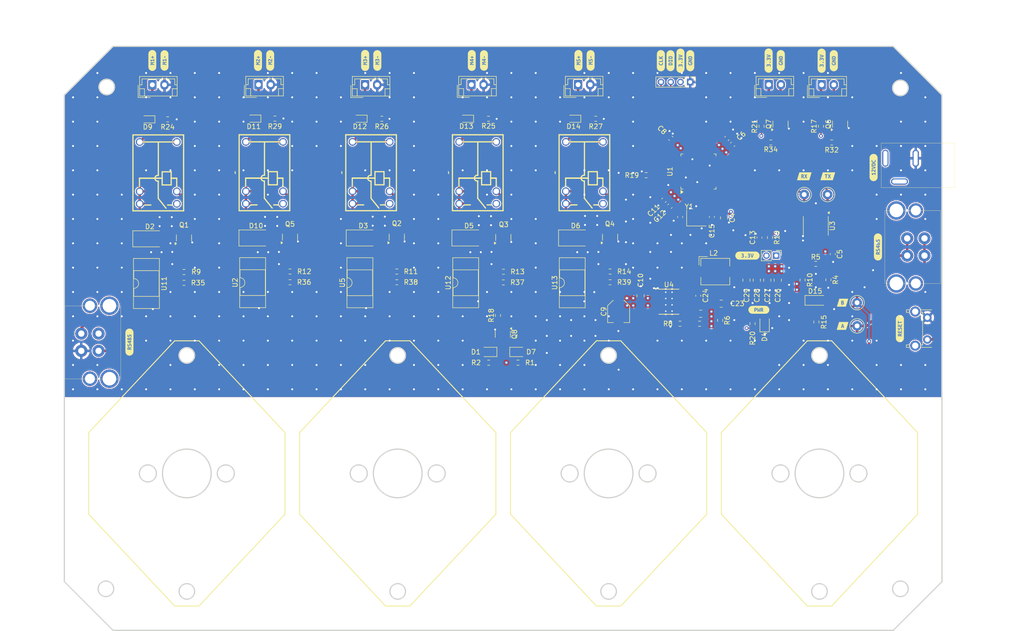
<source format=kicad_pcb>
(kicad_pcb (version 20240108) (generator "pcbnew") (generator_version "8.0")
  (layers (0 "F.Cu" signal) (1 "In1.Cu" power "GND") (2 "In2.Cu" power "PWR") (31 "B.Cu" signal) (34 "B.Paste" user) (35 "F.Paste" user) (36 "B.SilkS" user "B.Silkscreen") (37 "F.SilkS" user "F.Silkscreen") (38 "B.Mask" user) (39 "F.Mask" user) (44 "Edge.Cuts" user))
  (net 0 "")
  (net 1 "GND")
  (net 2 "+12V")
  (net 3 "Net-(D4-A)")
  (net 4 "Net-(U4-VCC)")
  (net 5 "+3.3V")
  (net 6 "Net-(D10-A)")
  (net 7 "Net-(U4-BOOT)")
  (net 8 "Net-(U4-FB)")
  (net 9 "Net-(D15-A2)")
  (net 10 "Net-(D2-A)")
  (net 11 "Net-(D12-A)")
  (net 12 "Net-(D15-A1)")
  (net 13 "Net-(D13-A)")
  (net 14 "Net-(D14-A)")
  (net 15 "Net-(D3-A)")
  (net 16 "Net-(D5-A)")
  (net 17 "Net-(D6-A)")
  (net 18 "Net-(Q5-B)")
  (net 19 "Net-(D9-A)")
  (net 20 "Net-(D11-A)")
  (net 21 "NRST")
  (net 22 "Net-(Q1-B)")
  (net 23 "Net-(Q2-B)")
  (net 24 "Net-(Q3-B)")
  (net 25 "Net-(Q4-B)")
  (net 26 "/HydroB/Block Relay1/RELAY_2")
  (net 27 "/HydroB/Block Sensor1/RS485_TX")
  (net 28 "/HydroB/Block Sensor1/EN_RS485")
  (net 29 "HSE_IN")
  (net 30 "HSE_OUT")
  (net 31 "SWCLK")
  (net 32 "SWDIO")
  (net 33 "LED")
  (net 34 "BOOT0")
  (net 40 "Net-(J5-Pin_1)")
  (net 47 "Net-(J5-Pin_2)")
  (net 48 "PG")
  (net 51 "/HydroB/Block Relay1/RELAY_1")
  (net 52 "/HydroB/Block Relay1/RELAY_3")
  (net 53 "/HydroB/Block Relay1/RELAY_4")
  (net 54 "/HydroB/Block Relay1/RELAY_5")
  (net 56 "/HydroB/Power Supply1/SW")
  (net 57 "/HydroB/Block Sensor1/RS485_RX")
  (net 58 "Net-(J7-Pin_1)")
  (net 60 "Net-(D9-K)")
  (net 61 "Net-(D11-K)")
  (net 62 "Net-(D12-K)")
  (net 63 "Net-(D13-K)")
  (net 64 "Net-(D14-K)")
  (net 66 "Net-(Q6-B)")
  (net 68 "Net-(J7-Pin_2)")
  (net 69 "Net-(Q7-B)")
  (net 70 "LED1")
  (net 71 "LED2")
  (net 72 "Net-(R9-Pad1)")
  (net 73 "Net-(R11-Pad1)")
  (net 74 "Net-(R12-Pad1)")
  (net 75 "Net-(R13-Pad1)")
  (net 76 "Net-(R14-Pad1)")
  (net 77 "Net-(R35-Pad2)")
  (net 78 "Net-(R36-Pad2)")
  (net 79 "Net-(R37-Pad2)")
  (net 80 "Net-(R38-Pad2)")
  (net 81 "Net-(R39-Pad2)")
  (net 88 "Net-(D1-K)")
  (net 93 "Net-(D1-A)")
  (net 94 "Net-(D7-A)")
  (net 95 "Net-(Q8-B)")
  (net 96 "/HydroB/Power Supply1/SW_OUT")
  (footprint "Resistor_SMD:R_0603_1608Metric" (layer "F.Cu") (at 199.825 71.8 -90)
    (property "Reference" "R16")
    (property "Value" "10k")
  )
  (footprint "Capacitor_SMD:C_0603_1608Metric" (layer "F.Cu") (at 179.3 65.346016 -135)
    (property "Reference" "C12")
    (property "Value" "100nf")
  )
  (footprint "Diode_SMD:D_SMA" (layer "F.Cu") (at 94.30025 71.87495)
    (property "Reference" "D10")
    (property "Value" "1N4007")
  )
  (footprint "LED_SMD:LED_0805_2012Metric" (layer "F.Cu") (at 142.075 95.3 180)
    (property "Reference" "D1")
    (property "Value" "LED_Small")
  )
  (footprint "Package_DIP:DIP-4_W7.62mm_SMDSocket_SmallPads" (layer "F.Cu") (at 159.225 81.075 90)
    (property "Reference" "U13")
    (property "Value" "PC817")
  )
  (footprint "Resistor_SMD:R_0603_1608Metric" (layer "F.Cu") (at 98.17525 47.34995 180)
    (property "Reference" "R29")
    (property "Value" "10k")
  )
  (footprint "relay 12vdc 3A:RELAY-TH_SRS-12VDC-SL" (layer "F.Cu") (at 117.925 58.475 -90)
    (property "Reference" "U8" (hide yes))
    (property "Value" "~")
  )
  (footprint "LED_SMD:LED_0603_1608Metric" (layer "F.Cu") (at 93.81025 47.34995 180)
    (property "Reference" "D11")
    (property "Value" "LED")
  )
  (footprint "Resistor_SMD:R_0603_1608Metric" (layer "F.Cu") (at 196.25 89.475 90)
    (property "Reference" "R20")
    (property "Value" "1k")
  )
  (footprint "Package_SO:Texas_HSOP-8-1EP_3.9x4.9mm_P1.27mm_ThermalVias" (layer "F.Cu") (at 179.075 84.975)
    (property "Reference" "U4")
    (property "Value" "LMR33620ADDA")
  )
  (footprint "Resistor_SMD:R_0603_1608Metric" (layer "F.Cu") (at 185.375 89.5)
    (property "Reference" "R7" (hide yes))
    (property "Value" "100k")
  )
  (footprint "Resistor_SMD:R_0603_1608Metric" (layer "F.Cu") (at 142.0375 47.375 180)
    (property "Reference" "R25")
    (property "Value" "10k")
  )
  (footprint "Capacitor_SMD:C_0603_1608Metric" (layer "F.Cu") (at 212.725 75.2 -90)
    (property "Reference" "C5")
    (property "Value" "0.1uF")
  )
  (footprint "kibuzzard-66AC3E80" (layer "F.Cu") (at 221.1 57.4 90)
    (property "Reference" "kibuzzard-66AC3E80" (hide yes))
    (property "Value" "G***" (hide yes))
  )
  (footprint "Connector_JST:JST_EH_B2B-EH-A_1x02_P2.50mm_Vertical" (layer "F.Cu") (at 160.425 40.375)
    (property "Reference" "J10" (hide yes))
    (property "Value" "Screw_Terminal_01x02")
  )
  (footprint "kibuzzard-66B9A896" (layer "F.Cu") (at 73 35.4 90)
    (property "Reference" "kibuzzard-66B9A896" (hide yes))
    (property "Value" "G***" (hide yes))
  )
  (footprint "Diode_SMD:D_SMA" (layer "F.Cu") (at 138.025 71.875)
    (property "Reference" "D5")
    (property "Value" "1N4007")
  )
  (footprint "kibuzzard-66AB40EF" (layer "F.Cu") (at 212.935 35.45 90)
    (property "Reference" "kibuzzard-66AB40EF" (hide yes))
    (property "Value" "G***" (hide yes))
  )
  (footprint "Package_TO_SOT_SMD:SOT-23" (layer "F.Cu") (at 214.225 48.475 90)
    (property "Reference" "Q6")
    (property "Value" "S8050")
  )
  (footprint "Library:DC conn" (layer "F.Cu") (at 227.125 48.925)
    (property "Reference" "J2" (hide yes))
    (property "Value" "12V" (hide yes))
  )
  (footprint "TestPoint:TestPoint_Loop_D1.80mm_Drill1.0mm_Beaded" (layer "F.Cu") (at 217.71 89.95)
    (property "Reference" "TP4" (hide yes))
    (property "Value" "TestPoint")
  )
  (footprint "Package_SO:SOIC-8_3.9x4.9mm_P1.27mm" (layer "F.Cu") (at 209.23 69.4 -90)
    (property "Reference" "U3")
    (property "Value" "SN65HVD72DR")
  )
  (footprint "kibuzzard-66B9A8F6" (layer "F.Cu") (at 163 35.4 90)
    (property "Reference" "kibuzzard-66B9A8F6" (hide yes))
    (property "Value" "G***" (hide yes))
  )
  (footprint "kibuzzard-66AC3EFD" (layer "F.Cu") (at 197.55 86.6375)
    (property "Reference" "kibuzzard-66AC3EFD" (hide yes))
    (property "Value" "G***" (hide yes))
  )
  (footprint "kibuzzard-66AC3E8A" (layer "F.Cu") (at 226.5 90.5 90)
    (property "Reference" "kibuzzard-66AC3E8A" (hide yes))
    (property "Value" "G***" (hide yes))
  )
  (footprint "Package_TO_SOT_SMD:SOT-23" (layer "F.Cu") (at 144.975 91.6625 -90)
    (property "Reference" "Q8")
    (property "Value" "S8050")
  )
  (footprint "Diode_SMD:D_SMA" (layer "F.Cu") (at 116.325 71.875)
    (property "Reference" "D3")
    (property "Value" "1N4007")
  )
  (footprint "Diode_SMD:D_SOD-123F" (layer "F.Cu") (at 209.225 84.7)
    (property "Reference" "D15")
    (property "Value" "D_TVS")
  )
  (footprint "Package_DIP:DIP-4_W7.62mm_SMDSocket_SmallPads" (layer "F.Cu") (at 115.625 81.075 90)
    (property "Reference" "U5")
    (property "Value" "PC817")
  )
  (footprint "Capacitor_SMD:CP_Elec_4x3" (layer "F.Cu") (at 168.75 87 -90)
    (property "Reference" "C9")
    (property "Value" "10uF")
  )
  (footprint "Package_TO_SOT_SMD:SOT-23" (layer "F.Cu") (at 123.2 71.7 90)
    (property "Reference" "Q2")
    (property "Value" "S8050")
  )
  (footprint "Capacitor_SMD:C_0603_1608Metric" (layer "F.Cu") (at 187.898008 67.548008 -90)
    (property "Reference" "C15")
    (property "Value" "22pF")
  )
  (footprint "Resistor_SMD:R_0603_1608Metric" (layer "F.Cu") (at 209.225 77.2)
    (property "Reference" "R5")
    (property "Value" "124")
  )
  (footprint "kibuzzard-66AC3EE5" (layer "F.Cu") (at 68.3 93.275 90)
    (property "Reference" "kibuzzard-66AC3EE5" (hide yes))
    (property "Value" "G***" (hide yes))
  )
  (footprint "kibuzzard-66AB40EF" (layer "F.Cu") (at 183.45 35.45 90)
    (property "Reference" "kibuzzard-66AB40EF" (hide yes))
    (property "Value" "G***" (hide yes))
  )
  (footprint "hydroB:Din sensor" (layer "F.Cu") (at 222.175 73.725 -90)
    (property "Reference" "J1" (hide yes))
    (property "Value" "Conn_01x02_Pin")
  )
  (footprint "Resistor_SMD:R_0603_1608Metric" (layer "F.Cu") (at 79.5 81.1 180)
    (property "Reference" "R35")
    (property "Value" "4.7k")
  )
  (footprint "kibuzzard-66AC3EE5" (layer "F.Cu") (at 222 73.725 90)
    (property "Reference" "kibuzzard-66AC3EE5" (hide yes))
    (property "Value" "G***" (hide yes))
  )
  (footprint "Package_TO_SOT_SMD:SOT-23" (layer "F.Cu") (at 145.075 71.775 90)
    (property "Reference" "Q3")
    (property "Value" "S8050")
  )
  (footprint "Resistor_SMD:R_0603_1608Metric" (layer "F.Cu") (at 164.05 47.375 180)
    (property "Reference" "R27")
    (property "Value" "10k")
  )
  (footprint "Capacitor_SMD:C_0805_2012Metric" (layer "F.Cu") (at 197.125 80.55 -90)
    (property "Reference" "C28")
    (property "Value" "22uF")
  )
  (footprint "Connector_PinHeader_2.00mm:PinHeader_1x04_P2.00mm_Vertical" (layer "F.Cu") (at 183.45 39.825 -90)
    (property "Reference" "J4" (hide yes))
    (property "Value" "Conn_01x04_Pin")
  )
  (footprint "TestPoint:TestPoint_Loop_D1.80mm_Drill1.0mm_Beaded" (layer "F.Cu") (at 211.65 62.95 -90)
    (property "Reference" "TP2" (hide yes))
    (property "Value" "TestPoint")
  )
  (footprint "Capacitor_SMD:C_0805_2012Metric" (layer "F.Cu") (at 201.425 80.55 -90)
    (property "Reference" "C26")
    (property "Value" "22uF")
  )
  (footprint "Resistor_SMD:R_0603_1608Metric" (layer "F.Cu") (at 189.6 88.8 90)
    (property "Reference" "R6")
    (property "Value" "100k")
  )
  (footprint "LED_SMD:LED_0805_2012Metric" (layer "F.Cu") (at 148.075 95.3)
    (property "Reference" "D7")
    (property "Value" "LED_Small")
  )
  (footprint "Resistor_SMD:R_0603_1608Metric" (layer "F.Cu") (at 142.075 97.5 180)
    (property "Reference" "R2")
    (property "Value" "2k")
  )
  (footprint "kibuzzard-66AB4A9F" (layer "F.Cu") (at 210.435 35.45 90)
    (property "Reference" "kibuzzard-66AB4A9F" (hide yes))
    (property "Value" "G***" (hide yes))
  )
  (footprint "Capacitor_SMD:C_0805_2012Metric" (layer "F.Cu") (at 199.275 80.55 -90)
    (property "Reference" "C27")
    (property "Value" "22uF")
  )
  (footprint "Resistor_SMD:R_0603_1608Metric" (layer "F.Cu") (at 101.275 80.975 180)
    (property "Reference" "R36")
    (property "Value" "4.7k")
  )
  (footprint "Capacitor_SMD:C_0603_1608Metric" (layer "F.Cu") (at 178.05 64.121016 -135)
    (property "Reference" "C11")
    (property "Value" "100nf")
  )
  (footprint "Crystal:Crystal_SMD_3225-4Pin_3.2x2.5mm" (layer "F.Cu") (at 184.723008 67.773008)
    (property "Reference" "Y1")
    (property "Value" "8Mhz")
  )
  (footprint "Capacitor_SMD:C_0805_2012Metric" (layer "F.Cu") (at 195 80.55 -90)
    (property "Reference" "C29")
    (property "Value" "22uF")
  )
  (footprint "Capacitor_SMD:C_0603_1608Metric" (layer "F.Cu") (at 197.675 71.8 90)
    (property "Reference" "C13")
    (property "Value" "100nF")
  )
  (footprint "Package_TO_SOT_SMD:SOT-23" (layer "F.Cu") (at 101.275 71.69995 90)
    (property "Reference" "Q5")
    (property "Value" "S8050")
  )
  (footprint "Resistor_SMD:R_0603_1608Metric" (layer "F.Cu") (at 123.2 78.775)
    (property "Reference" "R11")
    (property "Value" "1K")
  )
  (footprint "Capacitor_SMD:C_0603_1608Metric" (layer "F.Cu") (at 185.1 83.75 90)
    (property "Reference" "C24")
    (property "Value" "100NF")
  )
  (footprint "Resistor_SMD:R_0603_1608Metric" (layer "F.Cu") (at 79.5 78.875)
    (property "Reference" "R9")
    (property "Value" "1K")
  )
  (footprint "kibuzzard-66B9A8EF" (layer "F.Cu") (at 160.5 35.4 90)
    (property "Reference" "kibuzzard-66B9A8EF" (hide yes))
    (property "Value" "G***" (hide yes))
  )
  (footprint "Capacitor_SMD:C_0603_1608Metric" (layer "F.Cu") (at 190.971016 51.425 45)
    (property "Reference" "C7" (hide yes))
    (property "Value" "100nf")
  )
  (footprint "Connector_JST:JST_EH_B2B-EH-A_1x02_P2.50mm_Vertical" (layer "F.Cu") (at 94.8 40.375)
    (property "Reference" "J16" (hide yes))
    (property "Value" "Screw_Terminal_01x02")
  )
  (footprint "kibuzzard-66B9A8CF" (layer "F.Cu") (at 97.2 35.4 90)
    (property "Reference" "kibuzzard-66B9A8CF" (hide yes))
    (property "Value" "G***" (hide yes))
  )
  (footprint "Resistor_SMD:R_0603_1608Metric" (layer "F.Cu") (at 212.5 52.25)
    (property "Reference" "R32")
    (property "Value" "10K")
  )
  (footprint "relay 12vdc 3A:RELAY-TH_SRS-12VDC-SL" (layer "F.Cu") (at 161.72475 58.47505 -90)
    (property "Reference" "U10" (hide yes))
    (property "Value" "~")
  )
  (footprint "TestPoint:TestPoint_Loop_D1.80mm_Drill1.0mm_Beaded" (layer "F.Cu") (at 217.71 85.175)
    (property "Reference" "TP3" (hide yes))
    (property "Value" "TestPoint")
  )
  (footprint "kibuzzard-66B9A8E4" (layer "F.Cu") (at 138.6 35.4 90)
    (property "Reference" "kibuzzard-66B9A8E4" (hide yes))
    (property "Value" "G***" (hide yes))
  )
  (footprint "Inductor_SMD:L_Bourns_SRP5030T" (layer "F.Cu") (at 188.6 78.8)
    (property "Reference" "L2")
    (property "Value" "10uH")
  )
  (footprint "Resistor_SMD:R_0603_1608Metric" (layer "F.Cu") (at 145.075 81.0125 180)
    (property "Reference" "R37")
    (property "Value" "4.7k")
  )
  (footprint "Connector_PinHeader_2.00mm:PinHeader_1x02_P2.00mm_Vertical" (layer "F.Cu") (at 201.1 75.5 -90)
    (property "Reference" "J11" (hide yes))
    (property "Value" "Conn_01x02_Pin")
  )
  (footprint "kibuzzard-66B9A932" (layer "F.Cu") (at 195.2 75.5)
    (property "Reference" "kibuzzard-66B9A932" (hide yes))
    (property "Value" "G***" (hide yes))
  )
  (footprint "kibuzzard-66B9A8E9" (layer "F.Cu") (at 141.1 35.4 90)
    (property "Reference" "kibuzzard-66B9A8E9" (hide yes))
    (property "Value" "G***" (hide yes))
  )
  (footprint "Diode_SMD:D_SMA" (layer "F.Cu") (at 159.925 71.875)
    (property "Reference" "D6")
    (property "Value" "1N4007")
  )
  (footprint "LED_SMD:LED_0603_1608Metric" (layer "F.Cu") (at 115.625 47.375 180)
    (property "Reference" "D12")
    (property "Value" "LED")
  )
  (footprint "Capacitor_SMD:C_0603_1608Metric" (layer "F.Cu") (at 181.373008 67.573008 90)
    (property "Reference" "C14" (hide yes))
    (property "Value" "22pF")
  )
  (footprint "Resistor_SMD:R_0603_1608Metric" (layer "F.Cu") (at 167 78.775)
    (property "Reference" "R14")
    (property "Value" "1K")
  )
  (footprint "Package_DIP:DIP-4_W7.62mm_SMDSocket_SmallPads" (layer "F.Cu") (at 93.60025 81.04995 90)
    (property "Reference" "U2")
    (property "Value" "PC817")
  )
  (footprint "relay 12vdc 3A:RELAY-TH_SRS-12VDC-SL" (layer "F.Cu") (at 74.225 58.5 -90)
    (property "Reference" "U7" (hide yes))
    (property "Value" "~" (hide yes))
  )
  (footprint "kibuzzard-66AB4C8A" (layer "F.Cu") (at 179.4 35.45 90)
    (property "Reference" "kibuzzard-66AB4C8A" (hide yes))
    (property "Value" "G***" (hide yes))
  )
  (footprint "Resistor_SMD:R_0603_1608Metric" (layer "F.Cu") (at 174.398008 58.973008 180)
    (property "Reference" "R19")
    (property "Value" "10k")
  )
  (footprint "hydroB:Din sensor 4 Pin" (layer "F.Cu") (at 67.11875 93.275 90)
    (property "Reference" "J6" (hide yes))
    (property "Value" "SENSOR" (hide yes))
  )
  (footprint "kibuzzard-66AB40EF" (layer "F.Cu") (at 202.05 35.425 90)
    (property "Reference" "kibuzzard-66AB40EF" (hide yes))
    (property "Value" "G***" (hide yes))
  )
  (footprint "Capacitor_SMD:C_0805_2012Metric" (layer "F.Cu") (at 190.4 67.75 -90)
    (property "Reference" "C4")
    (property "Value" "4.7uf")
  )
  (footprint "Resistor_SMD:R_0603_1608Metric" (layer "F.Cu") (at 76.15 47.5 180)
    (property "Reference" "R24")
    (property "Value" "10k")
  )
  (footprint "relay 12vdc 3A:RELAY-TH_SRS-12VDC-SL" (layer "F.Cu") (at 96.025 58.475 -90)
    (property "Reference" "U6" (hide yes))
    (property "Value" "~")
  )
  (footprint "Package_DIP:DIP-4_W7.62mm_SMDSocket_SmallPads" (layer "F.Cu") (at 71.795 81.235 90)
    (property "Reference" "U11")
    (property "Value" "PC817")
  )
  (footprint "kibuzzard-66B9A8D4" (layer "F.Cu") (at 116.7 35.4 90)
    (property "Reference" "kibuzzard-66B9A8D4" (hide yes))
    (property "Value" "G***" (hide yes))
  )
  (footprint "Connector_JST:JST_EH_B2B-EH-A_1x02_P2.50mm_Vertical" (layer "F.Cu") (at 116.675 40.4)
    (property "Reference" "J8" (hide yes))
    (property "Value" "Screw_Terminal_01x02")
  )
  (footprint "Resistor_SMD:R_0603_1608Metric" (layer "F.Cu") (at 148.075 97.5)
    (property "Reference" "R1")
    (property "Value" "2k")
  )
  (footprint "Resistor_SMD:R_0603_1608Metric" (layer "F.Cu") (at 145.1 78.8125)
    (property "Reference" "R13")
    (property "Value" "1K")
  )
  (footprint "Resistor_SMD:R_0603_1608Metric" (layer "F.Cu") (at 120.125 47.375 180)
    (property "Reference" "R26")
    (property "Value" "10k")
  )
  (footprint "Package_QFP:LQFP-48_7x7mm_P0.5mm" (layer "F.Cu") (at 185.15 58.223008 90)
    (property "Reference" "U1")
    (property "Value" "STM32F103C8Tx")
  )
  (footprint "Package_TO_SOT_SMD:SOT-23" (layer "F.Cu") (at 201.99 48.475 90)
    (property "Reference" "Q7")
    (property "Value" "S8050")
  )
  (footprint "Resistor_SMD:R_0603_1608Metric" (layer "F.Cu") (at 206.525 80.5 90)
    (property "Reference" "R10")
    (property "Value" "2.1k")
  )
  (footprint "kibuzzard-66AC3F5E" (layer "F.Cu") (at 206.875 59.2)
    (property "Reference" "kibuzzard-66AC3F5E" (hide yes))
    (property "Value" "G***" (hide yes))
  )
  (footprint "Diode_SMD:D_SMA" (layer "F.Cu") (at 72.5 72.05)
    (property "Reference" "D2")
    (property "Value" "1N4007")
  )
  (footprint "Connector_JST:JST_EH_B2B-EH-A_1x02_P2.50mm_Vertical" (layer "F.Cu") (at 199.575 40.375)
    (property "Reference" "J7" (hide yes))
    (property "Value" "Conn_01x02_Pin")
  )
  (footprint "kibuzzard-66AB4C8F" (layer "F.Cu") (at 177.425 35.45 90)
    (property "Reference" "kibuzzard-66AB4C8F" (hide yes))
    (property "Value" "G***" (hide yes))
  )
  (footprint "Connector_JST:JST_EH_B2B-EH-A_1x02_P2.50mm_Vertical" (layer "F.Cu") (at 210.435 40.4)
    (property "Reference" "J5" (hide yes))
    (property "Value" "Conn_01x02_Pin")
  )
  (footprint "LED_SMD:LED_0603_1608Metric" (layer "F.Cu") (at 137.485 47.375 180)
    (property "Reference" "D13")
    (property "Value" "LED")
  )
  (footprint "kibuzzard-66AC3F67" (layer "F.Cu") (at 211.7 59.2)
    (property "Reference" "kibuzzard-66AC3F67" (hide yes))
    (property "Value" "G***" (hide yes))
  )
  (footprint "Package_DIP:DIP-4_W7.62mm_SMDSocket_SmallPads" (layer "F.Cu") (at 137.35 81.075 90)
    (property "Reference" "U12")
    (property "Value" "PC817")
  )
  (footprint "Resistor_SMD:R_0603_1608Metric" (layer "F.Cu") (at 209.36 89.15 90)
    (property "Reference" "R15")
    (property "Value" "120")
  )
  (footprint "kibuzzard-66B9A8DE" (layer "F.Cu") (at 119.2 35.4 90)
    (property "Reference" "kibuzzard-66B9A8DE" (hide yes))
    (property "Value" "G***" (hide yes))
  )
  (footprint "Resistor_SMD:R_0603_1608Metric" (layer "F.Cu") (at 211.825 80.475 -90)
    (property "Reference" "R4")
    (property "Value" "2.1k")
  )
  (footprint "kibuzzard-66B9A8C9" (layer "F.Cu") (at 94.7 35.4 90)
    (property "Reference" "kibuzzard-66B9A8C9" (hide yes))
    (property "Value" "G***" (hide yes))
  )
  (footprint "kibuzzard-66AB4A9F" (layer "F.Cu") (at 199.55 35.425 90)
    (property "Reference" "kibuzzard-66AB4A9F" (hide yes))
    (property "Value" "G***" (hide yes))
  )
  (footprint "Resistor_SMD:R_0603_1608Metric" (layer "F.Cu") (at 101.275 78.775)
    (property "Reference" "R12")
    (property "Value" "1K")
  )
  (footprint "LED_SMD:LED_0805_2012Metric" (layer "F.Cu") (at 198.725 89.475 90)
    (property "Reference" "D4")
    (property "Value" "LED_Small")
  )
  (footprint "Connector_JST:JST_EH_B2B-EH-A_1x02_P2.50mm_Vertical" (layer "F.Cu") (at 138.525 40.375)
    (property "Reference" "J9" (hide yes))
    (property "Value" "Screw_Terminal_01x02")
  )
  (footprint "TestPoint:TestPoint_Loop_D1.80mm_Drill1.0mm_Beaded" (layer "F.Cu") (at 206.85 62.95 -90)
    (property "Reference" "TP1" (hide yes))
    (property "Value" "TestPoint")
  )
  (footprint "Resistor_SMD:R_0603_1608Metric" (layer "F.Cu") (at 198.1 48.925 90)
    (property "Reference" "R21")
    (property "Value" "Variable Resistor")
  )
  (footprint "Capacitor_SMD:C_0603_1608Metric" (layer "F.Cu") (at 192.171016 52.65 45)
    (property "Reference" "C6")
    (property "Value" "100nf")
  )
  (footprint "kibuzzard-66AC4019" (layer "F.Cu") (at 214.735 89.95)
    (property "Reference" "kibuzzard-66AC4019" (hide yes))
    (property "Value" "G***" (hide yes))
  )
  (footprint "kibuzzard-66AC401E" (layer "F.Cu") (at 214.735 85.175)
    (property "Reference" "kibuzzard-66AC401E" (hide yes))
    (property "Value" "G***" (hide yes))
  )
  (footprint "Resistor_SMD:R_0603_1608Metric" (layer "F.Cu") (at 200 52.25 180)
    (property "Reference" "R34")
    (property "Value" "10K")
  )
  (footprint "Capacitor_SMD:C_0805_2012Metric" (layer "F.Cu") (at 173.25 83.75 90)
    (property "Reference" "C10")
    (property "Value" "220nF")
  )
  (footprint "Resistor_SMD:R_0603_1608Metric" (layer "F.Cu") (at 167 80.975 180)
    (property "Reference" "R39")
    (property "Value" "4.7k")
  )
  (footprint "Capacitor_SMD:C_0805_2012Metric" (layer "F.Cu") (at 185.6 87.45 180)
    (property "Reference" "C25" (hide yes))
    (property "Value" "c")
  )
  (footprint "relay 12vdc 3A:RELAY-TH_SRS-12VDC-SL" (layer "F.Cu") (at 139.825 58.475 -90)
    (property "Reference" "U9" (hide yes))
    (property "Value" "~")
  )
  (footprint "kibuzzard-66AB4A9F" (layer "F.Cu") (at 181.45 35.45 90)
    (property "Reference" "kibuzzard-66AB4A9F" (hide yes))
    (property "Value" "G***" (hide yes))
  )
  (footprint "LED_SMD:LED_0603_1608Metric" (layer "F.Cu") (at 159.4975 47.375 180)
    (property "Reference" "D14")
    (property "Value" "LED")
  )
  (footprint "Resistor_SMD:R_0603_1608Metric" (layer "F.Cu") (at 123.2 80.975 180)
    (property "Reference" "R38")
    (property "Value" "4.7k")
  )
  (footprint "Capacitor_SMD:C_0603_1608Metric" (layer "F.Cu") (at 179.448008 51.398008 135)
    (property "Reference" "C8")
    (property "Value" "100nf")
  )
  (footprint "Package_TO_SOT_SMD:SOT-23" (layer "F.Cu") (at 167 71.725 90)
    (property "Reference" "Q4")
    (property "Value" "S8050")
  )
  (footprint "Resistor_SMD:R_0603_1608Metric" (layer "F.Cu") (at 143.975 87.8 90)
    (property "Reference" "R18")
    (property "Value" "10K")
  )
  (footprint "Package_TO_SOT_SMD:SOT-23" (layer "F.Cu") (at 79.5 71.875 90)
    (property "Reference" "Q1")
    (property "Value" "S8050")
  )
  (footprint "Button_Switch_THT:SW_Tactile_SPST_Angled_PTS645Vx39-2LFS" (layer "F.Cu") (at 232.14 88.25 -90)
    (property "Reference" "SW1" (hide yes))
    (property "Value" "SW_Push")
  )
  (footprint "Connector_JST:JST_EH_B2B-EH-A_1x02_P2.50mm_Vertical" (layer "F.Cu") (at 73 40.4)
    (property "Reference" "J3" (hide yes))
    (property "Value" "Screw_Terminal_01x02")
  )
  (footprint "LED_SMD:LED_0603_1608Metric" (layer "F.Cu") (at 72.05 47.5 180)
    (property "Reference" "D9")
    (property "Value" "LED")
  )
  (footprint "Resistor_SMD:R_0603_1608Metric" (layer "F.Cu") (at 210.3 48.925 90)
    (property "Reference" "R17")
    (property "Value" "Variable Resistor")
  )
  (footprint "Resistor_SMD:R_0603_1608Metric" (layer "F.Cu") (at 181.35 89.49)
    (property "Reference" "R8")
    (property "Value" "43.2k")
  )
  (footprint "kibuzzard-66B9A89E" (layer "F.Cu") (at 75.5 35.4 90)
    (property "Reference" "kibuzzard-66B9A89E" (hide yes))
    (property "Value" "G***" (hide yes))
  )
  (footprint "Capacitor_SMD:C_0805_2012Metric" (layer "F.Cu") (at 189.825 85.375)
    (property "Reference" "C23")
    (property "Value" "1uF")
  )
  (gr_line (start 146.539466 111.878377) (end 146.539466 128.642691) (stroke (width 0.2)) (layer "F.SilkS"))
  (gr_line (start 125.889466 93.010534) (end 143.539466 111.878377) (stroke (width 0.2)) (layer "F.SilkS"))
  (gr_line (start 120.889466 147.510534) (end 103.239466 128.642691) (stroke (width 0.2)) (layer "F.SilkS"))
  (gr_line (start 212.489466 147.510534) (end 230.139466 128.642691) (stroke (width 0.2)) (layer "F.SilkS"))
  (gr_line (start 77.589466 147.510534) (end 59.939466 128.642691) (stroke (width 0.2)) (layer "F.SilkS"))
  (gr_line (start 186.839466 111.878377) (end 186.839466 128.642691) (stroke (width 0.2)) (layer "F.SilkS"))
  (gr_line (start 82.589466 147.510534) (end 100.239466 128.642691) (stroke (width 0.2)) (layer "F.SilkS"))
  (gr_line (start 120.889466 147.510534) (end 125.889466 147.510534) (stroke (width 0.2)) (layer "F.SilkS"))
  (gr_line (start 59.939466 111.878377) (end 59.939466 128.642691) (stroke (width 0.2)) (layer "F.SilkS"))
  (gr_line (start 207.489466 147.510534) (end 189.839466 128.642691) (stroke (width 0.2)) (layer "F.SilkS"))
  (gr_line (start 120.889466 93.010534) (end 103.239466 111.878377) (stroke (width 0.2)) (layer "F.SilkS"))
  (gr_line (start 164.189466 93.010534) (end 146.539466 111.878377) (stroke (width 0.2)) (layer "F.SilkS"))
  (gr_line (start 77.589466 93.010534) (end 82.589466 93.010534) (stroke (width 0.2)) (layer "F.SilkS"))
  (gr_line (start 189.839466 111.878377) (end 189.839466 128.642691) (stroke (width 0.2)) (layer "F.SilkS"))
  (gr_line (start 77.589466 93.010534) (end 59.939466 111.878377) (stroke (width 0.2)) (layer "F.SilkS"))
  (gr_line (start 164.189466 93.010534) (end 169.189466 93.010534) (stroke (width 0.2)) (layer "F.SilkS"))
  (gr_line (start 82.589466 93.010534) (end 100.239466 111.878377) (stroke (width 0.2)) (layer "F.SilkS"))
  (gr_line (start 207.489466 93.010534) (end 212.489466 93.010534) (stroke (width 0.2)) (layer "F.SilkS"))
  (gr_line (start 77.589466 147.510534) (end 82.589466 147.510534) (stroke (width 0.2)) (layer "F.SilkS"))
  (gr_line (start 230.139466 111.878377) (end 230.139466 128.642691) (stroke (width 0.2)) (layer "F.SilkS"))
  (gr_line (start 143.539466 111.878377) (end 143.539466 128.642691) (stroke (width 0.2)) (layer "F.SilkS"))
  (gr_line (start 169.189466 147.510534) (end 186.839466 128.642691) (stroke (width 0.2)) (layer "F.SilkS"))
  (gr_line (start 212.489466 93.010534) (end 230.139466 111.878377) (stroke (width 0.2)) (layer "F.SilkS"))
  (gr_line (start 120.889466 93.010534) (end 125.889466 93.010534) (stroke (width 0.2)) (layer "F.SilkS"))
  (gr_line (start 164.189466 147.510534) (end 146.539466 128.642691) (stroke (width 0.2)) (layer "F.SilkS"))
  (gr_line (start 100.239466 111.878377) (end 100.239466 128.642691) (stroke (width 0.2)) (layer "F.SilkS"))
  (gr_line (start 207.489466 93.010534) (end 189.839466 111.878377) (stroke (width 0.2)) (layer "F.SilkS"))
  (gr_line (start 169.189466 93.010534) (end 186.839466 111.878377) (stroke (width 0.2)) (layer "F.SilkS"))
  (gr_line (start 125.889466 147.510534) (end 143.539466 128.642691) (stroke (width 0.2)) (layer "F.SilkS"))
  (gr_line (start 103.239466 111.878377) (end 103.239466 128.642691) (stroke (width 0.2)) (layer "F.SilkS"))
  (gr_line (start 207.489466 147.510534) (end 212.489466 147.510534) (stroke (width 0.2)) (layer "F.SilkS"))
  (gr_line (start 164.189466 147.510534) (end 169.189466 147.510534) (stroke (width 0.2)) (layer "F.SilkS"))
  (gr_circle (center 123.389466 120.260534) (end 128.389466 120.260534) (stroke (width 0.25)) (fill none) (layer "Edge.Cuts"))
  (gr_circle (center 131.389466 120.260534) (end 133.139466 120.260534) (stroke (width 0.25)) (fill none) (layer "Edge.Cuts"))
  (gr_circle (center 166.689466 96.010534) (end 168.289466 96.010534) (stroke (width 0.25)) (fill none) (layer "Edge.Cuts"))
  (gr_circle (center 226.603932 41.046068) (end 228.203932 41.046068) (stroke (width 0.25)) (fill none) (layer "Edge.Cuts"))
  (gr_circle (center 88.089466 120.260534) (end 89.839466 120.260534) (stroke (width 0.25)) (fill none) (layer "Edge.Cuts"))
  (gr_circle (center 166.689466 144.510534) (end 168.289466 144.510534) (stroke (width 0.25)) (fill none) (layer "Edge.Cuts"))
  (gr_line (start 54.939466 142.510534) (end 64.939466 152.510534) (stroke (width 0.25)) (layer "Edge.Cuts"))
  (gr_line (start 225.139466 32.510534) (end 64.939466 32.510534) (stroke (width 0.25)) (layer "Edge.Cuts"))
  (gr_circle (center 174.689466 120.260534) (end 176.439466 120.260534) (stroke (width 0.25)) (fill none) (layer "Edge.Cuts"))
  (gr_circle (center 123.389466 144.510534) (end 124.989466 144.510534) (stroke (width 0.25)) (fill none) (layer "Edge.Cuts"))
  (gr_circle (center 80.089466 144.510534) (end 81.689466 144.510534) (stroke (width 0.25)) (fill none) (layer "Edge.Cuts"))
  (gr_circle (center 115.389466 120.260534) (end 117.139466 120.260534) (stroke (width 0.25)) (fill none) (layer "Edge.Cuts"))
  (gr_line (start 235.139466 42.510534) (end 225.139466 32.510534) (stroke (width 0.25)) (layer "Edge.Cuts"))
  (gr_circle (center 209.989466 96.010534) (end 211.589466 96.010534) (stroke (width 0.25)) (fill none) (layer "Edge.Cuts"))
  (gr_line (start 54.939466 42.510534) (end 54.939466 142.510534) (stroke (width 0.25)) (layer "Edge.Cuts"))
  (gr_line (start 235.139466 142.510534) (end 235.139466 42.510534) (stroke (width 0.25)) (layer "Edge.Cuts"))
  (gr_circle (center 201.989466 120.260534) (end 203.739466 120.260534) (stroke (width 0.25)) (fill none) (layer "Edge.Cuts"))
  (gr_circle (center 80.089466 93.010534) (end 80.099466 93.010534) (stroke (width 0.0001)) (fill solid) (layer "Edge.Cuts"))
  (gr_circle (center 166.689466 120.260534) (end 171.689466 120.260534) (stroke (width 0.25)) (fill none) (layer "Edge.Cuts"))
  (gr_line (start 64.939466 32.510534) (end 54.939466 42.510534) (stroke (width 0.25)) (layer "Edge.Cuts"))
  (gr_circle (center 72.089466 120.260534) (end 73.839466 120.260534) (stroke (width 0.25)) (fill none) (layer "Edge.Cuts"))
  (gr_circle (center 80.089466 120.260534) (end 85.089466 120.260534) (stroke (width 0.25)) (fill none) (layer "Edge.Cuts"))
  (gr_circle (center 100.239466 120.260534) (end 100.249466 120.260534) (stroke (width 0.0001)) (fill solid) (layer "Edge.Cuts"))
  (gr_line (start 225.139466 152.510534) (end 235.139466 142.510534) (stroke (width 0.25)) (layer "Edge.Cuts"))
  (gr_circle (center 209.989466 144.510534) (end 211.589466 144.510534) (stroke (width 0.25)) (fill none) (layer "Edge.Cuts"))
  (gr_circle (center 63.65 40.85) (end 65.25 40.85) (stroke (width 0.25)) (fill none) (layer "Edge.Cuts"))
  (gr_circle (center 123.389466 96.010534) (end 124.989466 96.010534) (stroke (width 0.25)) (fill none) (layer "Edge.Cuts"))
  (gr_line (start 64.939466 152.510534) (end 225.139466 152.510534) (stroke (width 0.25)) (layer "Edge.Cuts"))
  (gr_circle (center 80.089466 96.010534) (end 81.689466 96.010534) (stroke (width 0.25)) (fill none) (layer "Edge.Cuts"))
  (gr_circle (center 63.475 143.975) (end 65.075 143.975) (stroke (width 0.25)) (fill none) (layer "Edge.Cuts"))
  (gr_circle (center 226.603932 143.975) (end 228.203932 143.975) (stroke (width 0.25)) (fill none) (layer "Edge.Cuts"))
  (gr_circle (center 80.089466 147.510534) (end 80.099466 147.510534) (stroke (width 0.0001)) (fill solid) (layer "Edge.Cuts"))
  (gr_circle (center 209.989466 120.260534) (end 214.989466 120.260534) (stroke (width 0.25)) (fill none) (layer "Edge.Cuts"))
  (gr_circle (center 158.689466 120.260534) (end 160.439466 120.260534) (stroke (width 0.25)) (fill none) (layer "Edge.Cuts"))
  (gr_circle (center 217.989466 120.260534) (end 219.739466 120.260534) (stroke (width 0.25)) (fill none) (layer "Edge.Cuts"))
  (segment (start 195 82.1) (end 195.5 82.6) (width 0.25) (layer "F.Cu") (net 1))
  (segment (start 177.501992 64.669024) (end 177.430976 64.669024) (width 0.25) (layer "F.Cu") (net 1))
  (segment (start 199.275 81.5) (end 199.275 82.075) (width 0.25) (layer "F.Cu") (net 1))
  (segment (start 173.25 82.8) (end 173.25 81.85) (width 0.25) (layer "F.Cu") (net 1))
  (segment (start 202 82.6) (end 201.425 82.025) (width 0.25) (layer "F.Cu") (net 1))
  (segment (start 197.125 81.5) (end 197.125 82.125) (width 0.25) (layer "F.Cu") (net 1))
  (segment (start 178.751992 65.894024) (end 178.705976 65.894024) (width 0.25) (layer "F.Cu") (net 1))
  (segment (start 196.925 71.025) (end 196.9 71) (width 0.25) (layer "F.Cu") (net 1))
  (segment (start 193.198008 52.101992) (end 193.95 51.35) (width 0.25) (layer "F.Cu") (net 1))
  (segment (start 73.065 86.465) (end 73.1 86.5) (width 0.25) (layer "F.Cu") (net 1))
  (segment (start 202.94 49.4125) (end 203.6875 49.4125) (width 0.25) (layer "F.Cu") (net 1))
  (segment (start 176.375 82.625) (end 176.8 82.2) (width 0.25) (layer "F.Cu") (net 1))
  (segment (start 80.45 72.8125) (end 81.1875 72.8125) (width 0.25) (layer "F.Cu") (net 1))
  (segment (start 207.325 71.875) (end 206.975 71.875) (width 0.25) (layer "F.Cu") (net 1))
  (segment (start 146.025 72.7125) (end 146.6875 72.7125) (width 0.25) (layer "F.Cu") (net 1))
  (segment (start 182.55 59.45) (end 182.55 59.925) (width 0.3) (layer "F.Cu") (net 1))
  (segment (start 160.495 84.885) (end 161.685 84.885) (width 0.25) (layer "F.Cu") (net 1))
  (segment (start 168.6375 72.6625) (end 168.7 72.6) (width 0.25) (layer "F.Cu") (net 1))
  (segment (start 203.6875 49.4125) (end 203.7 49.4) (width 0.25) (layer "F.Cu") (net 1))
  (segment (start 183.69688 55.7) (end 182.898008 54.901128) (width 0.3) (layer "F.Cu") (net 1))
  (segment (start 180.525 89.49) (end 179.89 89.49) (width 0.25) (layer "F.Cu") (net 1))
  (segment (start 182.898008 54.901128) (end 182.898008 54.060508) (width 0.3) (layer "F.Cu") (net 1))
  (segment (start 197.675 71.025) (end 196.925 71.025) (width 0.25) (layer "F.Cu") (net 1))
  (segment (start 215.8875 49.4125) (end 216 49.3) (width 0.25) (layer "F.Cu") (net 1))
  (segment (start 207.125 71.875) (end 206.6 72.4) (width 0.25) (layer "F.Cu") (net 1))
  (segment (start 201.425 82.175) (end 201.425 81.5) (width 0.25) (layer "F.Cu") (net 1))
  (segment (start 124.7625 72.6375) (end 124.8 72.6) (width 0.25) (layer "F.Cu") (net 1))
  (segment (start 161.685 84.885) (end 161.7 84.9) (width 0.25) (layer "F.Cu") (net 1))
  (segment (start 191.519024 50.330976) (end 192.25 49.6) (width 0.25) (layer "F.Cu") (net 1))
  (segment (start 195 81.5) (end 195 82.2) (width 0.25) (layer "F.Cu") (net 1))
  (segment (start 191.519024 50.876992) (end 191.519024 50.330976) (width 0.25) (layer "F.Cu") (net 1))
  (segment (start 176.375 83.07) (end 176.375 82.625) (width 0.25) (layer "F.Cu") (net 1))
  (segment (start 199.275 81.5) (end 199.275 82.225) (width 0.25) (layer "F.Cu") (net 1))
  (segment (start 187.976992 55.973008) (end 187.45 56.5) (width 0.3) (layer "F.Cu") (net 1))
  (segment (start 142.8625 47.375) (end 143.675 47.375) (width 0.25) (layer "F.Cu") (net 1))
  (segment (start 139.885 84.885) (end 139.9 84.9) (width 0.25) (layer "F.Cu") (net 1))
  (segment (start 179.4 90.1) (end 180.01 89.49) (width 0.25) (layer "F.Cu") (net 1))
  (segment (start 138.62 84.885) (end 139.885 84.885) (width 0.25) (layer "F.Cu") (net 1))
  (segment (start 180.601992 66.798008) (end 181.373008 66.798008) (width 0.3) (layer "F.Cu") (net 1))
  (segment (start 185.898008 61.048008) (end 185.25 60.4) (width 0.3) (layer "F.Cu") (net 1))
  (segment (start 211.825 81.3) (end 211.825 82.075) (width 0.25) (layer "F.Cu") (net 1))
  (segment (start 176.375 82.325) (end 176.375 83.07) (width 0.25) (layer "F.Cu") (net 1))
  (segment (start 121.675 47.375) (end 121.7 47.4) (width 0.25) (layer "F.Cu") (net 1))
  (segment (start 182.55 59.925) (end 182.001992 60.473008) (width 0.3) (layer "F.Cu") (net 1))
  (segment (start 76.975 47.5) (end 78 47.5) (width 0.25) (layer "F.Cu") (net 1))
  (segment (start 192.719024 52.101992) (end 193.198008 52.101992) (width 0.25) (layer "F.Cu") (net 1))
  (segment (start 168.75 88.8) (end 168.75 90.95) (width 0.25) (layer "F.Cu") (net 1))
  (segment (start 192.673008 50.876992) (end 193.1 50.45) (width 0.25) (layer "F.Cu") (net 1))
  (segment (start 185.823008 69.476992) (end 185.823008 68.623008) (width 0.25) (layer "F.Cu") (net 1))
  (segment (start 183.623008 66.023008) (end 183.4 65.8) (width 0.25) (layer "F.Cu") (net 1))
  (segment (start 201 82.6) (end 201.425 82.175) (width 0.25) (layer "F.Cu") (net 1))
  (segment (start 185.8 69.9) (end 185.823008 69.476992) (width 0.25) (layer "F.Cu") (net 1))
  (segment (start 195 81.5) (end 195 82.1) (width 0.25) (layer "F.Cu") (net 1))
  (segment (start 197.125 82.125) (end 197.6 82.6) (width 0.25) (layer "F.Cu") (net 1))
  (segment (start 183.9 55.7) (end 183.69688 55.7) (width 0.3) (layer "F.Cu") (net 1))
  (segment (start 187.898008 68.323008) (end 187.898008 69.198008) (width 0.25) (layer "F.Cu") (net 1))
  (segment (start 81.1875 72.8125) (end 81.2 72.8) (width 0.25) (layer "F.Cu") (net 1))
  (segment (start 185.25 60.4) (end 184.9 60.4) (width 0.3) (layer "F.Cu") (net 1))
  (segment (start 201.425 82.025) (end 201.425 81.5) (width 0.25) (layer "F.Cu") (net 1))
  (segment (start 198.725 90.4125) (end 198.725 91.675) (width 0.25) (layer "F.Cu") (net 1))
  (segment (start 116.895 84.885) (end 116.895 86.295) (width 0.25) (layer "F.Cu") (net 1))
  (segment (start 177.430976 64.669024) (end 176.9 65.2) (width 0.25) (layer "F.Cu") (net 1))
  (segment (start 99.925 47.325) (end 99.90005 47.34995) (width 0.25) (layer "F.Cu") (net 1))
  (segment (start 94.87025 86.27025) (end 94.9 86.3) (width 0.25) (layer "F.Cu") (net 1))
  (segment (start 197.125 82.175) (end 196.7 82.6) (width 0.25) (layer "F.Cu") (net 1))
  (segment (start 120.95 47.375) (end 121.675 47.375) (width 0.25) (layer "F.Cu") (net 1))
  (segment (start 206.975 71.875) (end 206.6 71.5) (width 0.25) (layer "F.Cu") (net 1))
  (segment (start 94.87025 84.85995) (end 94.87025 86.27025) (width 0.25) (layer "F.Cu") (net 1))
  (segment (start 191.519024 50.876992) (end 192.673008 50.876992) (width 0.25) (layer "F.Cu") (net 1))
  (segment (start 180.05 68.325) (end 180.05 67.35) (width 0.3) (layer "F.Cu") (net 1))
  (segment (start 173.573008 58.273008) (end 173.5 58.2) (width 0.25) (layer "F.Cu") (net 1))
  (segment (start 173.25 81.85) (end 173.3 81.8) (width 0.25) (layer "F.Cu") (net 1))
  (segment (start 190.4 68.7) (end 191.4 68.7) (width 0.25) (layer "F.Cu") (net 1))
  (segment (start 215.175 49.4125) (end 215.8875 49.4125) (width 0.25) (layer "F.Cu") (net 1))
  (segment (start 146.6875 72.7125) (end 146.7 72.7) (width 0.25) (layer "F.Cu") (net 1))
  (segment (start 167.95 72.6625) (end 168.6375 72.6625) (width 0.25) (layer "F.Cu") (net 1))
  (segment (start 180.05 67.35) (end 180.601992 66.798008) (width 0.3) (layer "F.Cu") (net 1))
  (segment (start 165.675 47.375) (end 165.7 47.4) (width 0.25) (layer "F.Cu") (net 1))
  (segment (start 164.875 47.375) (end 165.675 47.375) (width 0.25) (layer "F.Cu") (net 1))
  (segment (start 187.898008 69.198008) (end 187.9 69.2) (width 0.25) (layer "F.Cu") (net 1))
  (segment (start 190.775 85.375) (end 191.825 85.375) (width 0.25) (layer "F.Cu") (net 1))
  (segment (start 102.86255 72.63745) (end 102.9 72.6) (width 0.25) (layer "F.Cu") (net 1))
  (segment (start 179.444732 50.85) (end 179.86374 50.430992) (width 0.25) (layer "F.Cu") (net 1))
  (segment (start 211.825 82.075) (end 211.8 82.1) (width 0.25) (layer "F.Cu") (net 1))
  (segment (start 116.895 86.295) (end 116.9 86.3) (width 0.25) (layer "F.Cu") (net 1))
  (segment (start 207.325 71.875) (end 207.125 71.875) (width 0.25) (layer "F.Cu") (net 1))
  (segment (start 102.225 72.63745) (end 102.86255 72.63745) (width 0.25) (layer "F.Cu") (net 1))
  (segment (start 182.001992 60.473008) (end 180.985508 60.473008) (width 0.3) (layer "F.Cu") (net 1))
  (segment (start 178.705976 65.894024) (end 178.2 66.4) (width 0.25) (layer "F.Cu") (net 1))
  (segment (start 199.275 82.075) (end 199.8 82.6) (width 0.25) (layer "F.Cu") (net 1))
  (segment (start 143.675 47.375) (end 143.7 47.4) (width 0.25) (layer "F.Cu") (net 1))
  (segment (start 183.623008 66.923008) (end 183.623008 66.023008) (width 0.25) (layer "F.Cu") (net 1))
  (segment (start 185.898008 62.385508) (end 185.898008 61.048008) (width 0.3) (layer "F.Cu") (net 1))
  (segment (start 212.725 75.975) (end 212.725 76.725) (width 0.25) (layer "F.Cu") (net 1))
  (segment (start 180.01 89.49) (end 180.525 89.49) (width 0.25) (layer "F.Cu") (net 1))
  (segment (start 185.823008 68.623008) (end 185.823008 69.073005) (width 0.25) (layer "F.Cu") (net 1))
  (segment (start 179.89 89.49) (end 179.4 89) (width 0.25) (layer "F.Cu") (net 1))
  (segment (start 198.725 91.675) (end 198.75 91.7) (width 0.25) (layer "F.Cu") (net 1))
  (segment (start 178.9 50.85) (end 178.9 50.2) (width 0.25) (layer "F.Cu") (net 1))
  (segment (start 99.90005 47.34995) (end 99.00025 47.34995) (width 0.25) (layer "F.Cu") (net 1))
  (segment (start 199.275 82.225) (end 198.9 82.6) (width 0.25) (layer "F.Cu") (net 1))
  (segment (start 178.9 50.85) (end 179.444732 50.85) (width 0.25) (layer "F.Cu") (net 1))
  (segment (start 178.9 50.2) (end 179.2 49.9) (width 0.25) (layer "F.Cu") (net 1))
  (segment (start 143.425 90.725) (end 143.4 90.7) (width 0.25) (layer "F.Cu") (net 1))
  (segment (start 73.065 85.045) (end 73.065 86.465) (width 0.25) (layer "F.Cu") (net 1))
  (segment (start 191.825 85.375) (end 191.9 85.3) (width 0.25) (layer "F.Cu") (net 1))
  (segment (start 173.573008 58.973008) (end 173.573008 58.273008) (width 0.25) (layer "F.Cu") (net 1))
  (segment (start 124.15 72.6375) (end 124.7625 72.6375) (width 0.25) (layer "F.Cu") (net 1))
  (segment (start 197.125 81.5) (end 197.125 82.175) (width 0.25) (layer "F.Cu") (net 1))
  (segment (start 168.75 90.95) (end 168.7 91) (width 0.25) (layer "F.Cu") (net 1))
  (segment (start 212.725 76.725) (end 212.8 76.8) (width 0.25) (layer "F.Cu") (net 1))
  (segment (start 195 82.2) (end 194.6 82.6) (width 0.25) (layer "F.Cu") (net 1))
  (segment (start 144.025 90.725) (end 143.425 90.725) (width 0.25) (layer "F.Cu") (net 1))
  (segment (start 189.310508 55.973008) (end 187.976992 55.973008) (width 0.3) (layer "F.Cu") (net 1))
  (segment (start 176 82.2) (end 176.375 82.325) (width 0.25) (layer "F.Cu") (net 1))
  (segment (start 187.45 56.5) (end 187.45 57) (width 0.3) (layer "F.Cu") (net 1))
  (via (at 74.5 69.45) (size 0.8) (drill 0.4) (layers "F.Cu" "B.Cu") (net 1))
  (via (at 94.9 86.3) (size 0.8) (drill 0.4) (layers "F.Cu" "B.Cu") (net 1))
  (via (at 179.2 49.9) (size 0.8) (drill 0.4) (layers "F.Cu" "B.Cu") (net 1))
  (via (at 111.725 52.975) (size 0.8) (drill 0.4) (layers "F.Cu" "B.Cu") (net 1))
  (via (at 76.725 92.975) (size 0.8) (drill 0.4) (layers "F.Cu" "B.Cu") (net 1))
  (via (at 166.725 57.975) (size 0.8) (drill 0.4) (layers "F.Cu" "B.Cu") (net 1))
  (via (at 181.725 72.975) (size 0.8) (drill 0.4) (layers "F.Cu" "B.Cu") (net 1))
  (via (at 61.725 52.975) (size 0.8) (drill 0.4) (layers "F.Cu" "B.Cu") (net 1))
  (via (at 106.725 97.975) (size 0.8) (drill 0.4) (layers "F.Cu" "B.Cu") (net 1))
  (via (at 77 67.6) (size 0.8) (drill 0.4) (layers "F.Cu" "B.Cu") (net 1))
  (via (at 56.725 97.975) (size 0.8) (drill 0.4) (layers "F.Cu" "B.Cu") (net 1))
  (via (at 186.725 102.975) (size 0.8) (drill 0.4) (layers "F.Cu" "B.Cu") (net 1))
  (via (at 193.95 51.35) (size 0.8) (drill 0.4) (layers "F.Cu" "B.Cu") (net 1))
  (via (at 161.725 62.975) (size 0.8) (drill 0.4) (layers "F.Cu" "B.Cu") (net 1))
  (via (at 140.05 67.4) (size 0.8) (drill 0.4) (layers "F.Cu" "B.Cu") (net 1))
  (via (at 176.725 102.975) (size 0.8) (drill 0.4) (layers "F.Cu" "B.Cu") (net 1))
  (via (at 168.7 91) (size 0.8) (drill 0.4) (layers "F.Cu" "B.Cu") (net 1))
  (via (at 166.725 37.975) (size 0.8) (drill 0.4) (layers "F.Cu" "B.Cu") (net 1))
  (via (at 61.725 87.975) (size 0.8) (drill 0.4) (layers "F.Cu" "B.Cu") (net 1))
  (via (at 94.65 74.8) (size 0.8) (drill 0.4) (layers "F.Cu" "B.Cu") (net 1))
  (via (at 131.725 102.975) (size 0.8) (drill 0.4) (layers "F.Cu" "B.Cu") (net 1))
  (via (at 99 74.75) (size 0.8) (drill 0.4) (layers "F.Cu" "B.Cu") (net 1))
  (via (at 164.6 77.25) (size 0.8) (drill 0.4) (layers "F.Cu" "B.Cu") (net 1))
  (via (at 184.9 60.4) (size 0.8) (drill 0.4) (layers "F.Cu" "B.Cu") (net 1))
  (via (at 171.725 102.975) (size 0.8) (drill 0.4) (layers "F.Cu" "B.Cu") (net 1))
  (via (at 209.25 79.25) (size 0.8) (drill 0.4) (layers "F.Cu" "B.Cu") (net 1))
  (via (at 226.725 47.975) (size 0.8) (drill 0.4) (layers "F.Cu" "B.Cu") (net 1))
  (via (at 206.725 92.975) (size 0.8) (drill 0.4) (layers "F.Cu" "B.Cu") (net 1))
  (via (at 131.725 67.975) (size 0.8) (drill 0.4) (layers "F.Cu" "B.Cu") (net 1))
  (via (at 194.8 71.3) (size 0.8) (drill 0.4) (layers "F.Cu" "B.Cu") (net 1))
  (via (at 161.85 67.35) (size 0.8) (drill 0.4) (layers "F.Cu" "B.Cu") (net 1))
  (via (at 191.725 37.975) (size 0.8) (drill 0.4) (layers "F.Cu" "B.Cu") (net 1))
  (via (at 206.725 37.975) (size 0.8) (drill 0.4) (layers "F.Cu" "B.Cu") (net 1))
  (via (at 116.725 102.975) (size 0.8) (drill 0.4) (layers "F.Cu" "B.Cu") (net 1))
  (via (at 209.25 82) (size 0.8) (drill 0.4) (layers "F.Cu" "B.Cu") (net 1))
  (via (at 179.5 74.75) (size 0.8) (drill 0.4) (layers "F.Cu" "B.Cu") (net 1))
  (via (at 175.25 63.5) (size 0.8) (drill 0.4) (layers "F.Cu" "B.Cu") (net 1))
  (via (at 199.75 85.25) (size 0.8) (drill 0.4) (layers "F.Cu" "B.Cu") (net 1))
  (via (at 211.725 102.975) (size 0.8) (drill 0.4) (layers "F.Cu" "B.Cu") (net 1))
  (via (at 86.725 87.975) (size 0.8) (drill 0.4) (layers "F.Cu" "B.Cu") (net 1))
  (via (at 216.725 102.975) (size 0.8) (drill 0.4) (layers "F.Cu" "B.Cu") (net 1))
  (via (at 96.15 69.4) (size 0.8) (drill 0.4) (layers "F.Cu" "B.Cu") (net 1))
  (via (at 156.725 102.975) (size 0.8) (drill 0.4) (layers "F.Cu" "B.Cu") (net 1))
  (via (at 131.725 72.975) (size 0.8) (drill 0.4) (layers "F.Cu" "B.Cu") (net 1))
  (via (at 216 49.3) (size 0.8) (drill 0.4) (layers "F.Cu" "B.Cu") (net 1))
  (via (at 231.725 52.975) (size 0.8) (drill 0.4) (layers "F.Cu" "B.Cu") (net 1))
  (via (at 194.6 82.6) (size 0.8) (drill 0.4) (layers "F.Cu" "B.Cu") (net 1))
  (via (at 221 78.5) (size 0.8) (drill 0.4) (layers "F.Cu" "B.Cu") (net 1))
  (via (at 151.725 67.975) (size 0.8) (drill 0.4) (layers "F.Cu" "B.Cu") (net 1))
  (via (at 159 92) (size 0.8) (drill 0.4) (layers "F.Cu" "B.Cu") (net 1))
  (via (at 191.725 102.975) (size 0.8) (drill 0.4) (layers "F.Cu" "B.Cu") (net 1))
  (via (at 121.725 102.975) (size 0.8) (drill 0.4) (layers "F.Cu" "B.Cu") (net 1))
  (via (at 140.45 74.8) (size 0.8) (drill 0.4) (layers "F.Cu" "B.Cu") (net 1))
  (via (at 111.725 97.975) (size 0.8) (drill 0.4) (layers "F.Cu" "B.Cu") (net 1))
  (via (at 71.725 92.975) (size 0.8) (drill 0.4) (layers "F.Cu" "B.Cu") (net 1))
  (via (at 96.725 87.975) (size 0.8) (drill 0.4) (layers "F.Cu" "B.Cu") (net 1))
  (via (at 91.725 92.975) (size 0.8) (drill 0.4) (layers "F.Cu" "B.Cu") (net 1))
  (via (at 121.725 87.975) (size 0.8) (drill 0.4) (layers "F.Cu" "B.Cu") (net 1))
  (via (at 101.725 82.975) (size 0.8) (drill 0.4) (layers "F.Cu" "B.Cu") (net 1))
  (via (at 216.725 52.975) (size 0.8) (drill 0.4) (layers "F.Cu" "B.Cu") (net 1))
  (via (at 201.725 57.975) (size 0.8) (drill 0.4) (layers "F.Cu" "B.Cu") (net 1))
  (via (at 156.725 87.975) (size 0.8) (drill 0.4) (layers "F.Cu" "B.Cu") (net 1))
  (via (at 161.85 69.2) (size 0.8) (drill 0.4) (layers "F.Cu" "B.Cu") (net 1))
  (via (at 163.75 83) (size 0.8) (drill 0.4) (layers "F.Cu" "B.Cu") (net 1))
  (via (at 86.725 37.975) (size 0.8) (drill 0.4) (layers "F.Cu" "B.Cu") (net 1))
  (via (at 101.725 92.975) (size 0.8) (drill 0.4) (layers "F.Cu" "B.Cu") (net 1))
  (via (at 191.725 47.975) (size 0.8) (drill 0.4) (layers "F.Cu" "B.Cu") (net 1))
  (via (at 111.725 47.975) (size 0.8) (drill 0.4) (layers "F.Cu" "B.Cu") (net 1))
  (via (at 151.725 92.975) (size 0.8) (drill 0.4) (layers "F.Cu" "B.Cu") (net 1))
  (via (at 61.725 97.975) (size 0.8) (drill 0.4) (layers "F.Cu" "B.Cu") (net 1))
  (via (at 76.725 42.975) (size 0.8) (drill 0.4) (layers "F.Cu" "B.Cu") (net 1))
  (via (at 101.725 37.975) (size 0.8) (drill 0.4) (layers "F.Cu" "B.Cu") (net 1))
  (via (at 124.8 72.6) (size 0.8) (drill 0.4) (layers "F.Cu" "B.Cu") (net 1))
  (via (at 171.725 47.975) (size 0.8) (drill 0.4) (layers "F.Cu" "B.Cu") (net 1))
  (via (at 206.725 97.975) (size 0.8) (drill 0.4) (layers "F.Cu" "B.Cu") (net 1))
  (via (at 183.5 71.25) (size 0.8) (drill 0.4) (layers "F.Cu" "B.Cu") (net 1))
  (via (at 81.725 102.975) (size 0.8) (drill 0.4) (layers "F.Cu" "B.Cu") (net 1))
  (via (at 221.725 92.975) (size 0.8) (drill 0.4) (layers "F.Cu" "B.Cu") (net 1))
  (via (at 164 88.75) (size 0.8) (drill 0.4) (layers "F.Cu" "B.Cu") (net 1))
  (via (at 116.725 97.975) (size 0.8) (drill 0.4) (layers "F.Cu" "B.Cu") (net 1))
  (via (at 91.725 97.975) (size 0.8) (drill 0.4) (layers "F.Cu" "B.Cu") (net 1))
  (via (at 86.725 102.975) (size 0.8) (drill 0.4) (layers "F.Cu" "B.Cu") (net 1))
  (via (at 96.725 97.975) (size 0.8) (drill 0.4) (layers "F.Cu" "B.Cu") (net 1))
  (via (at 154 92) (size 0.8) (drill 0.4) (layers "F.Cu" "B.Cu") (net 1))
  (via (at 211.725 97.975) (size 0.8) (drill 0.4) (layers "F.Cu" "B.Cu") (net 1))
  (via (at 96.725 82.975) (size 0.8) (drill 0.4) (layers "F.Cu" "B.Cu") (net 1))
  (via (at 131.725 77.975) (size 0.8) (drill 0.4) (layers "F.Cu" "B.Cu") (net 1))
  (via (at 76.725 87.975) (size 0.8) (drill 0.4) (layers "F.Cu" "B.Cu") (net 1))
  (via (at 131.725 82.975) (size 0.8) (drill 0.4) (layers "F.Cu" "B.Cu") (net 1))
  (via (at 221.725 102.975) (size 0.8) (drill 0.4) (layers "F.Cu" "B.Cu") (net 1))
  (via (at 192.3 70.3) (size 0.8) (drill 0.4) (layers "F.Cu" "B.Cu") (net 1))
  (via (at 86.725 57.975) (size 0.8) (drill 0.4) (layers "F.Cu" "B.Cu") (net 1))
  (via (at 196.725 57.975) (size 0.8) (drill 0.4) (layers "F.Cu" "B.Cu") (net 1))
  (via (at 166.725 42.975) (size 0.8) (drill 0.4) (layers "F.Cu" "B.Cu") (net 1))
  (via (at 156.725 97.975) (size 0.8) (drill 0.4) (layers "F.Cu" "B.Cu") (net 1))
  (via (at 56.725 82.975) (size 0.8) (drill 0.4) (layers "F.Cu" "B.Cu") (net 1))
  (via (at 73.1 86.5) (size 0.8) (drill 0.4) (layers "F.Cu" "B.Cu") (net 1))
  (via (at 183.9 55.7) (size 0.8) (drill 0.4) (layers "F.Cu" "B.Cu") (net 1))
  (via (at 231.725 97.975) (size 0.8) (drill 0.4) (layers "F.Cu" "B.Cu") (net 1))
  (via (at 160.25 74.8) (size 0.8) (drill 0.4) (layers "F.Cu" "B.Cu") (net 1))
  (via (at 99 77.25) (size 0.8) (drill 0.4) (layers "F.Cu" "B.Cu") (net 1))
  (via (at 106.725 37.975) (size 0.8) (drill 0.4) (layers "F.Cu" "B.Cu") (net 1))
  (via (at 196.9 71) (size 0.8) (drill 0.4) (layers "F.Cu" "B.Cu") (net 1))
  (via (at 106.725 102.975) (size 0.8) (drill 0.4) (layers "F.Cu" "B.Cu") (net 1))
  (via (at 91.725 82.975) (size 0.8) (drill 0.4) (layers "F.Cu" "B.Cu") (net 1))
  (via (at 203.75 85.25) (size 0.8) (drill 0.4) (layers "F.Cu" "B.Cu") (net 1))
  (via (at 76.725 37.975) (size 0.8) (drill 0.4) (layers "F.Cu" "B.Cu") (net 1))
  (via (at 186.725 47.975) (size 0.8) (drill 0.4) (layers "F.Cu" "B.Cu") (net 1))
  (via (at 142.65 74.75) (size 0.8) (drill 0.4) (layers "F.Cu" "B.Cu") (net 1))
  (via (at 77 69.45) (size 0.8) (drill 0.4) (layers "F.Cu" "B.Cu") (net 1))
  (via (at 126.725 77.975) (size 0.8) (drill 0.4) (layers "F.Cu" "B.Cu") (net 1))
  (via (at 211.725 42.975) (size 0.8) (drill 0.4) (layers "F.Cu" "B.Cu") (net 1))
  (via (at 116.725 87.975) (size 0.8) (drill 0.4) (layers "F.Cu" "B.Cu") (net 1))
  (via (at 66.725 87.975) (size 0.8) (drill 0.4) (layers "F.Cu" "B.Cu") (net 1))
  (via (at 161.725 97.975) (size 0.8) (drill 0.4) (layers "F.Cu" "B.Cu") (net 1))
  (via (at 221.725 62.975) (size 0.8) (drill 0.4) (layers "F.Cu" "B.Cu") (net 1))
  (via (at 211.725 92.975) (size 0.8) (drill 0.4) (layers "F.Cu" "B.Cu") (net 1))
  (via (at 91.725 42.975) (size 0.8) (drill 0.4) (layers "F.Cu" "B.Cu") (net 1))
  (via (at 141.725 102.975) (size 0.8) (drill 0.4) (layers "F.Cu" "B.Cu") (net 1))
  (via (at 101.725 97.975) (size 0.8) (drill 0.4) (layers "F.Cu" "B.Cu") (net 1))
  (via (at 86.725 47.975) (size 0.8) (drill 0.4) (layers "F.Cu" "B.Cu") (net 1))
  (via (at 213 86.5) (size 0.8) (drill 0.4) (layers "F.Cu" "B.Cu") (net 1))
  (via (at 66.725 67.975) (size 0.8) (drill 0.4) (layers "F.Cu" "B.Cu") (net 1))
  (via (at 101.725 87.975) (size 0.8) (drill 0.4) (layers "F.Cu" "B.Cu") (net 1))
  (via (at 202 82.6) (size 0.8) (drill 0.4) (layers "F.Cu" "B.Cu") (net 1))
  (via (at 91.725 102.975) (size 0.8) (drill 0.4) (layers "F.Cu" "B.Cu") (net 1))
  (via (at 216.725 57.975) (size 0.8) (drill 0.4) (layers "F.Cu" "B.Cu") (net 1))
  (via (at 201.725 97.975) (size 0.8) (drill 0.4) (layers "F.Cu" "B.Cu") (net 1))
  (via (at 102.9 72.6) (size 0.8) (drill 0.4) (layers "F.Cu" "B.Cu") (net 1))
  (via (at 201 82.6) (size 0.8) (drill 0.4) (layers "F.Cu" "B.Cu") (net 1))
  (via (at 206.725 47.975) (size 0.8) (drill 0.4) (layers "F.Cu" "B.Cu") (net 1))
  (via (at 126.725 97.975) (size 0.8) (drill 0.4) (layers "F.Cu" "B.Cu") (net 1))
  (via (at 142.65 77.25) (size 0.8) (drill 0.4) (layers "F.Cu" "B.Cu") (net 1))
  (via (at 185.8 69.9) (size 0.8) (drill 0.4) (layers "F.Cu" "B.Cu") (net 1))
  (via (at 168.7 72.6) (size 0.8) (drill 0.4) (layers "F.Cu" "B.Cu") (net 1))
  (via (at 186.725 92.975) (size 0.8) (drill 0.4) (layers "F.Cu" "B.Cu") (net 1))
  (via (at 179.86374 50.430992) (size 0.8) (drill 0.4) (layers "F.Cu" "B.Cu") (net 1))
  (via (at 156.725 47.975) (size 0.8) (drill 0.4) (layers "F.Cu" "B.Cu") (net 1))
  (via (at 76.725 72.975) (size 0.8) (drill 0.4) (layers "F.Cu" "B.Cu") (net 1))
  (via (at 186.725 37.975) (size 0.8) (drill 0.4) (layers "F.Cu" "B.Cu") (net 1))
  (via (at 111.725 67.975) (size 0.8) (drill 0.4) (layers "F.Cu" "B.Cu") (net 1))
  (via (at 196.725 92.975) (size 0.8) (drill 0.4) (layers "F.Cu" "B.Cu") (net 1))
  (via (at 146.725 37.975) (size 0.8) (drill 0.4) (layers "F.Cu" "B.Cu") (net 1))
  (via (at 151.725 52.975) (size 0.8) (drill 0.4) (layers "F.Cu" "B.Cu") (net 1))
  (via (at 86.725 62.975) (size 0.8) (drill 0.4) (layers "F.Cu" "B.Cu") (net 1))
  (via (at 216.725 87.975) (size 0.8) (drill 0.4) (layers "F.Cu" "B.Cu") (net 1))
  (via (at 170.25 77.25) (size 0.8) (drill 0.4) (layers "F.Cu" "B.Cu") (net 1))
  (via (at 151.725 82.975) (size 0.8) (drill 0.4) (layers "F.Cu" "B.Cu") (net 1))
  (via (at 136.725 97.975) (size 0.8) (drill 0.4) (layers "F.Cu" "B.Cu") (net 1))
  (via (at 98.65 69.4) (size 0.8) (drill 0.4) (layers "F.Cu" "B.Cu") (net 1))
  (via (at 181.725 92.975) (size 0.8) (drill 0.4) (layers "F.Cu" "B.Cu") (net 1))
  (via (at 179.4 90.1) (size 0.8) (drill 0.4) (layers "F.Cu" "B.Cu") (net 1))
  (via (at 161.725 92.975) (size 0.8) (drill 0.4) (layers "F.Cu" "B.Cu") (net 1))
  (via (at 154 88.75) (size 0.8) (drill 0.4) (layers "F.Cu" "B.Cu") (net 1))
  (via (at 176.9 65.2) (size 0.8) (drill 0.4) (layers "F.Cu" "B.Cu") (net 1))
  (via (at 176.8 82.2) (size 0.8) (drill 0.4) (layers "F.Cu" "B.Cu") (net 1))
  (via (at 186.725 42.975) (size 0.8) (drill 0.4) (layers "F.Cu" "B.Cu") (net 1))
  (via (at 196.725 37.975) (size 0.8) (drill 0.4) (layers "F.Cu" "B.Cu") (net 1))
  (via (at 164.35 69.2) (size 0.8) (drill 0.4) (layers "F.Cu" "B.Cu") (net 1))
  (via (at 221.725 72.975) (size 0.8) (drill 0.4) (layers "F.Cu" "B.Cu") (net 1))
  (via (at 201.725 102.975) (size 0.8) (drill 0.4) (layers "F.Cu" "B.Cu") (net 1))
  (via (at 192.5 88.75) (size 0.8) (drill 0.4) (layers "F.Cu" "B.Cu") (net 1))
  (via (at 176.725 37.975) (size 0.8) (drill 0.4) (layers "F.Cu" "B.Cu") (net 1))
  (via (at 206.6 71.5) (size 0.8) (drill 0.4) (layers "F.Cu" "B.Cu") (net 1))
  (via (at 140.05 69.25) (size 0.8) (drill 0.4) (layers "F.Cu" "B.Cu") (net 1))
  (via (at 81.725 47.975) (size 0.8) (drill 0.4) (layers "F.Cu" "B.Cu") (net 1))
  (via (at 151.725 102.975) (size 0.8) (drill 0.4) (layers "F.Cu" "B.Cu") (net 1))
  (via (at 187.75 71.25) (size 0.8) (drill 0.4) (layers "F.Cu" "B.Cu") (net 1))
  (via (at 151.725 77.975) (size 0.8) (drill 0.4) (layers "F.Cu" "B.Cu") (net 1))
  (via (at 166.725 92.975) (size 0.8) (drill 0.4) (layers "F.Cu" "B.Cu") (net 1))
  (via (at 203.75 81.5) (size 0.8) (drill 0.4) (layers "F.Cu" "B.Cu") (net 1))
  (via (at 175.25 74.75) (size 0.8) (drill 0.4) (layers "F.Cu" "B.Cu") (net 1))
  (via (at 111.725 77.975) (size 0.8) (drill 0.4) (layers "F.Cu" "B.Cu") (net 1))
  (via (at 56.725 47.975) (size 0.8) (drill 0.4) (layers "F.Cu" "B.Cu") (net 1))
  (via (at 76.725 82.975) (size 0.8) (drill 0.4) (layers "F.Cu" "B.Cu") (net 1))
  (via (at 121.7 47.4) (size 0.8) (drill 0.4) (layers "F.Cu" "B.Cu") (net 1))
  (via (at 116.725 57.975) (size 0.8) (drill 0.4) (layers "F.Cu" "B.Cu") (net 1))
  (via (at 96.725 92.975) (size 0.8) (drill 0.4) (layers "F.Cu" "B.Cu") (net 1))
  (via (at 121.725 42.975) (size 0.8) (drill 0.4) (layers "F.Cu" "B.Cu") (net 1))
  (via (at 61.725 82.975) (size 0.8) (drill 0.4) (layers "F.Cu" "B.Cu") (net 1))
  (via (at 121.725 92.975) (size 0.8) (drill 0.4) (layers "F.Cu" "B.Cu") (net 1))
  (via (at 56.725 87.975) (size 0.8) (drill 0.4) (layers "F.Cu" "B.Cu") (net 1))
  (via (at 184.675 65.35) (size 0.8) (drill 0.4) (layers "F.Cu" "B.Cu") (net 1))
  (via (at 176.725 77.975) (size 0.8) (drill 0.4) (layers "F.Cu" "B.Cu") (net 1))
  (via (at 178.2 66.4) (size 0.8) (drill 0.4) (layers "F.Cu" "B.Cu") (net 1))
  (via (at 86.725 92.975) (size 0.8) (drill 0.4) (layers "F.Cu" "B.Cu") (net 1))
  (via (at 176.725 92.975) (size 0.8) (drill 0.4) (layers "F.Cu" "B.Cu") (net 1))
  (via (at 56.725 57.975) (size 0.8) (drill 0.4) (layers "F.Cu" "B.Cu") (net 1))
  (via (at 99.925 47.325) (size 0.8) (drill 0.4) (layers "F.Cu" "B.Cu") (net 1))
  (via (at 141.725 57.975) (size 0.8) (drill 0.4) (layers "F.Cu" "B.Cu") (net 1))
  (via (at 111.725 42.975) (size 0.8) (drill 0.4) (layers "F.Cu" "B.Cu") (net 1))
  (via (at 96.725 57.975) (size 0.8) (drill 0.4) (layers "F.Cu" "B.Cu") (net 1))
  (via (at 154 95.5) (size 0.8) (drill 0.4) (layers "F.Cu" "B.Cu") (net 1))
  (via (at 141.725 87.975) (size 0.8) (drill 0.4) (layers "F.Cu" "B.Cu") (net 1))
  (via (at 226.725 92.975) (size 0.8) (drill 0.4) (layers "F.Cu" "B.Cu") (net 1))
  (via (at 126.725 57.975) (size 0.8) (drill 0.4) (layers "F.Cu" "B.Cu") (net 1))
  (via (at 106.725 82.975) (size 0.8) (drill 0.4) (layers "F.Cu" "B.Cu") (net 1))
  (via (at 86.725 67.975) (size 0.8) (drill 0.4) (layers "F.Cu" "B.Cu") (net 1))
  (via (at 203.7 49.4) (size 0.8) (drill 0.4) (layers "F.Cu" "B.Cu") (net 1))
  (via (at 151.725 57.975) (size 0.8) (drill 0.4) (layers "F.Cu" "B.Cu") (net 1))
  (via (at 231.725 47.975) (size 0.8) (drill 0.4) (layers "F.Cu" "B.Cu") (net 1))
  (via (at 151.725 72.975) (size 0.8) (drill 0.4) (layers "F.Cu" "B.Cu") (net 1))
  (via (at 61.725 37.975) (size 0.8) (drill 0.4) (layers "F.Cu" "B.Cu") (net 1))
  (via (at 141.725 42.975) (size 0.8) (drill 0.4) (layers "F.Cu" "B.Cu") (net 1))
  (via (at 231.725 42.975) (size 0.8) (drill 0.4) (layers "F.Cu" "B.Cu") (net 1))
  (via (at 203.75 88.75) (size 0.8) (drill 0.4) (layers "F.Cu" "B.Cu") (net 1))
  (via (at 77.1 77.25) (size 0.8) (drill 0.4) (layers "F.Cu" "B.Cu") (net 1))
  (via (at 202.95 70.45) (size 0.8) (drill 0.4) (layers "F.Cu" "B.Cu") (net 1))
  (via (at 166.725 102.975) (size 0.8) (drill 0.4) (layers "F.Cu" "B.Cu") (net 1))
  (via (at 171.725 42.975) (size 0.8) (drill 0.4) (layers "F.Cu" "B.Cu") (net 1))
  (via (at 151.725 37.975) (size 0.8) (drill 0.4) (layers "F.Cu" "B.Cu") (net 1))
  (via (at 161.725 82.975) (size 0.8) (drill 0.4) (layers "F.Cu" "B.Cu") (net 1))
  (via (at 111.725 82.975) (size 0.8) (drill 0.4) (layers "F.Cu" "B.Cu") (net 1))
  (via (at 221.725 52.975) (size 0.8) (drill 0.4) (layers "F.Cu" "B.Cu") (net 1))
  (via (at 159 88.75) (size 0.8) (drill 0.4) (layers "F.Cu" "B.Cu") (net 1))
  (via (at 226.725 37.975) (size 0.8) (drill 0.4) (layers "F.Cu" "B.Cu") (net 1))
  (via (at 146.725 57.975) (size 0.8) (drill 0.4) (layers "F.Cu" "B.Cu") (net 1))
  (via (at 161.725 102.975) (size 0.8) (drill 0.4) (layers "F.Cu" "B.Cu") (net 1))
  (via (at 191.725 92.975) (size 0.8) (drill 0.4) (layers "F.Cu" "B.Cu") (net 1))
  (via (at 201.725 37.975) (size 0.8) (drill 0.4) (layers "F.Cu" "B.Cu") (net 1))
  (via (at 98.65 67.55) (size 0.8) (drill 0.4) (layers "F.Cu" "B.Cu") (net 1))
  (via (at 126.725 87.975) (size 0.8) (drill 0.4) (layers "F.Cu" "B.Cu") (net 1))
  (via (at 164 92) (size 0.8) (drill 0.4) (layers "F.Cu" "B.Cu") (net 1))
  (via (at 141.725 37.975) (size 0.8) (drill 0.4) (layers "F.Cu" "B.Cu") (net 1))
  (via (at 187.45 57) (size 0.8) (drill 0.4) (layers "F.Cu" "B.Cu") (net 1))
  (via (at 171.725 67.975) (size 0.8) (drill 0.4) (layers "F.Cu" "B.Cu") (net 1))
  (via (at 74.5 67.6) (size 0.8) (drill 0.4) (layers "F.Cu" "B.Cu") (net 1))
  (via (at 146.725 62.975) (size 0.8) (drill 0.4) (layers "F.Cu" "B.Cu") (net 1))
  (via (at 91.725 87.975) (size 0.8) (drill 0.4) (layers "F.Cu" "B.Cu") (net 1))
  (via (at 161.725 37.975) (size 0.8) (drill 0.4) (layers "F.Cu" "B.Cu") (net 1))
  (via (at 74.9 74.8) (size 0.8) (drill 0.4) (layers "F.Cu" "B.Cu") (net 1))
  (via (at 66.725 82.975) (size 0.8) (drill 0.4) (layers "F.Cu" "B.Cu") (net 1))
  (via (at 96.725 42.975) (size 0.8) (drill 0.4) (layers "F.Cu" "B.Cu") (net 1))
  (via (at 81.725 62.975) (size 0.8) (drill 0.4) (layers "F.Cu" "B.Cu") (net 1))
  (via (at 71.725 57.975) (size 0.8) (drill 0.4) (layers "F.Cu" "B.Cu") (net 1))
  (via (at 61.725 102.975) (size 0.8) (drill 0.4) (layers "F.Cu" "B.Cu") (net 1))
  (via (at 211.725 57.975) (size 0.8) (drill 0.4) (layers "F.Cu" "B.Cu") (net 1))
  (via (at 156.725 42.975) (size 0.8) (drill 0.4) (layers "F.Cu" "B.Cu") (net 1))
  (via (at 221.725 67.975) (size 0.8) (drill 0.4) (layers "F.Cu" "B.Cu") (net 1))
  (via (at 196.7 82.6) (size 0.8) (drill 0.4) (layers "F.Cu" "B.Cu") (net 1))
  (via (at 146.725 82.975) (size 0.8) (drill 0.4) (layers "F.Cu" "B.Cu") (net 1))
  (via (at 120.75 67.5) (size 0.8) (drill 0.4) (layers "F.Cu" "B.Cu") (net 1))
  (via (at 173.3 81.8) (size 0.8) (drill 0.4) (layers "F.Cu" "B.Cu") (net 1))
  (via (at 151.725 47.975) (size 0.8) (drill 0.4) (layers "F.Cu" "B.Cu") (net 1))
  (via (at 138.3 74.8) (size 0.8) (drill 0.4) (layers "F.Cu" "B.Cu") (net 1))
  (via (at 231.725 82.975) (size 0.8) (drill 0.4) (layers "F.Cu" "B.Cu") (net 1))
  (via (at 161.7 84.9) (size 0.8) (drill 0.4) (layers "F.Cu" "B.Cu") (net 1))
  (via (at 226.725 52.975) (size 0.8) (drill 0.4) (layers "F.Cu" "B.Cu") (net 1))
  (via (at 71.725 102.975) (size 0.8) (drill 0.4) (layers "F.Cu" "B.Cu") (net 1))
  (via (at 151.725 97.975) (size 0.8) (drill 0.4) (layers "F.Cu" "B.Cu") (net 1))
  (via (at 131.725 97.975) (size 0.8) (drill 0.4) (layers "F.Cu" "B.Cu") (net 1))
  (via (at 196.725 47.975) (size 0.8) (drill 0.4) (layers "F.Cu" "B.Cu") (net 1))
  (via (at 76.725 97.975) (size 0.8) (drill 0.4) (layers "F.Cu" "B.Cu") (net 1))
  (via (at 61.725 77.975) (size 0.8) (drill 0.4) (layers "F.Cu" "B.Cu") (net 1))
  (via (at 226.725 97.975) (size 0.8) (drill 0.4) (layers "F.Cu" "B.Cu") (net 1))
  (via (at 171.725 52.975) (size 0.8) (drill 0.4) (layers "F.Cu" "B.Cu") (net 1))
  (via (at 111.725 87.975) (size 0.8) (drill 0.4) (layers "F.Cu" "B.Cu") (net 1))
  (via (at 91.725 47.975) (size 0.8) (drill 0.4) (layers "F.Cu" "B.Cu") (net 1))
  (via (at 71.725 42.975) (size 0.8) (drill 0.4) (layers "F.Cu" "B.Cu") (net 1))
  (via (at 201.725 87.975) (size 0.8) (drill 0.4) (layers "F.Cu" "B.Cu") (net 1))
  (via (at 101.725 102.975) (size 0.8) (drill 0.4) (layers "F.Cu" "B.Cu") (net 1))
  (via (at 136.725 92.975) (size 0.8) (drill 0.4) (layers "F.Cu" "B.Cu") (net 1))
  (via (at 146.725 67.975) (size 0.8) (drill 0.4) (layers "F.Cu" "B.Cu") (net 1))
  (via (at 91.725 57.975) (size 0.8) (drill 0.4) (layers "F.Cu" "B.Cu") (net 1))
  (via (at 151.725 87.975) (size 0.8) (drill 0.4) (layers "F.Cu" "B.Cu") (net 1))
  (via (at 116.9 86.3) (size 0.8) (drill 0.4) (layers "F.Cu" "B.Cu") (net 1))
  (via (at 195.5 82.6) (size 0.8) (drill 0.4) (layers "F.Cu" "B.Cu") (net 1))
  (via (at 81.725 37.975) (size 0.8) (drill 0.4) (layers "F.Cu" "B.Cu") (net 1))
  (via (at 191.725 42.975) (size 0.8) (drill 0.4) (layers "F.Cu" "B.Cu") (net 1))
  (via (at 191.9 85.3) (size 0.8) (drill 0.4) (layers "F.Cu" "B.Cu") (net 1))
  (via (at 186.725 72.975) (size 0.8) (drill 0.4) (layers "F.Cu" "B.Cu") (net 1))
  (via (at 171.725 72.975) (size 0.8) (drill 0.4) (layers "F.Cu" "B.Cu") (net 1))
  (via (at 139.9 84.9) (size 0.8) (drill 0.4) (layers "F.Cu" "B.Cu") (net 1))
  (via (at 101.725 52.975) (size 0.8) (drill 0.4) (layers "F.Cu" "B.Cu") (net 1))
  (via (at 212.8 76.8) (size 0.8) (drill 0.4) (layers "F.Cu" "B.Cu") (net 1))
  (via (at 106.725 42.975) (size 0.8) (drill 0.4) (layers "F.Cu" "B.Cu") (net 1))
  (via (at 126.725 52.975) (size 0.8) (drill 0.4) (layers "F.Cu" "B.Cu") (net 1))
  (via (at 191.4 68.7) (size 0.8) (drill 0.4) (layers "F.Cu" "B.Cu") (net 1))
  (via (at 106.725 52.975) (size 0.8) (drill 0.4) (layers "F.Cu" "B.Cu") (net 1))
  (via (at 61.725 62.975) (size 0.8) (drill 0.4) (layers "F.Cu" "B.Cu") (net 1))
  (via (at 126.725 82.975) (size 0.8) (drill 0.4) (layers "F.Cu" "B.Cu") (net 1))
  (via (at 231.725 57.975) (size 0.8) (drill 0.4) (layers "F.Cu" "B.Cu") (net 1))
  (via (at 56.725 62.975) (size 0.8) (drill 0.4) (layers "F.Cu" "B.Cu") (net 1))
  (via (at 200.3 90.4) (size 0.8) (drill 0.4) (layers "F.Cu" "B.Cu") (net 1))
  (via (at 209.25 64.75) (size 0.8) (drill 0.4) (layers "F.Cu" "B.Cu") (net 1))
  (via (at 86.725 42.975) (size 0.8) (drill 0.4) (layers "F.Cu" "B.Cu") (net 1))
  (via (at 76.725 57.975) (size 0.8) (drill 0.4) (layers "F.Cu" "B.Cu") (net 1))
  (via (at 226.725 62.975) (size 0.8) (drill 0.4) (layers "F.Cu" "B.Cu") (net 1))
  (via (at 196.725 102.975) (size 0.8) (drill 0.4) (layers "F.Cu" "B.Cu") (net 1))
  (via (at 120.75 69.35) (size 0.8) (drill 0.4) (layers "F.Cu" "B.Cu") (net 1))
  (via (at 106.725 47.975) (size 0.8) (drill 0.4) (layers "F.Cu" "B.Cu") (net 1))
  (via (at 151.725 42.975) (size 0.8) (drill 0.4) (layers "F.Cu" "B.Cu") (net 1))
  (via (at 86.725 77.975) (size 0.8) (drill 0.4) (layers "F.Cu" "B.Cu") (net 1))
  (via (at 61.725 67.975) (size 0.8) (drill 0.4) (layers "F.Cu" "B.Cu") (net 1))
  (via (at 61.725 47.975) (size 0.8) (drill 0.4) (layers "F.Cu" "B.Cu") (net 1))
  (via (at 175.25 68.75) (size 0.8) (drill 0.4) (layers "F.Cu" "B.Cu") (net 1))
  (via (at 187.9 69.2) (size 0.8) (drill 0.4) (layers "F.Cu" "B.Cu") (net 1))
  (via (at 143.4 90.7) (size 0.8) (drill 0.4) (layers "F.Cu" "B.Cu") (net 1))
  (via (at 171.725 37.975) (size 0.8) (drill 0.4) (layers "F.Cu" "B.Cu") (net 1))
  (via (at 81.725 42.975) (size 0.8) (drill 0.4) (layers "F.Cu" "B.Cu") (net 1))
  (via (at 156.725 82.975) (size 0.8) (drill 0.4) (layers "F.Cu" "B.Cu") (net 1))
  (via (at 96.725 37.975) (size 0.8) (drill 0.4) (layers "F.Cu" "B.Cu") (net 1))
  (via (at 81.2 72.8) (size 0.8) (drill 0.4) (layers "F.Cu" "B.Cu") (net 1))
  (via (at 181.725 102.975) (size 0.8) (drill 0.4) (layers "F.Cu" "B.Cu") (net 1))
  (via (at 175.25 80.25) (size 0.8) (drill 0.4) (layers "F.Cu" "B.Cu") (net 1))
  (via (at 164.35 67.35) (size 0.8) (drill 0.4) (layers "F.Cu" "B.Cu") (net 1))
  (via (at 179.4 89) (size 0.8) (drill 0.4) (layers "F.Cu" "B.Cu") (net 1))
  (via (at 66.725 72.975) (size 0.8) (drill 0.4) (layers "F.Cu" "B.Cu") (net 1))
  (via (at 181.725 77.975) (size 0.8) (drill 0.4) (layers "F.Cu" "B.Cu") (net 1))
  (via (at 199.8 82.6) (size 0.8) (drill 0.4) (layers "F.Cu" "B.Cu") (net 1))
  (via (at 126.725 67.975) (size 0.8) (drill 0.4) (layers "F.Cu" "B.Cu") (net 1))
  (via (at 211.725 37.975) (size 0.8) (drill 0.4) (layers "F.Cu" "B.Cu") (net 1))
  (via (at 86.725 97.975) (size 0.8) (drill 0.4) (layers "F.Cu" "B.Cu") (net 1))
  (via (at 78 47.5) (size 0.8) (drill 0.4) (layers "F.Cu" "B.Cu") (net 1))
  (via (at 106.725 87.975) (size 0.8) (drill 0.4) (layers "F.Cu" "B.Cu") (net 1))
  (via (at 206.725 42.975) (size 0.8) (drill 0.4) (layers "F.Cu" "B.Cu") (net 1))
  (via (at 96.725 62.975) (size 0.8) (drill 0.4) (layers "F.Cu" "B.Cu") (net 1))
  (via (at 226.725 102.975) (size 0.8) (drill 0.4) (layers "F.Cu" "B.Cu") (net 1))
  (via (at 136.725 42.975) (size 0.8) (drill 0.4) (layers "F.Cu" "B.Cu") (net 1))
  (via (at 211.8 82.1) (size 0.8) (drill 0.4) (layers "F.Cu" "B.Cu") (net 1))
  (via (at 211.725 47.975) (size 0.8) (drill 0.4) (layers "F.Cu" "B.Cu") (net 1))
  (via (at 165.7 47.4) (size 0.8) (drill 0.4) (layers "F.Cu" "B.Cu") (net 1))
  (via (at 86.725 72.975) (size 0.8) (drill 0.4) (layers "F.Cu" "B.Cu") (net 1))
  (via (at 193.1 50.45) (size 0.8) (drill 0.4) (layers "F.Cu" "B.Cu") (net 1))
  (via (at 56.725 77.975) (size 0.8) (drill 0.4) (layers "F.Cu" "B.Cu") (net 1))
  (via (at 61.725 42.975) (size 0.8) (drill 0.4) (layers "F.Cu" "B.Cu") (net 1))
  (via (at 81.725 82.975) (size 0.8) (drill 0.4) (layers "F.Cu" "B.Cu") (net 1))
  (via (at 226.725 57.975) (size 0.8) (drill 0.4) (layers "F.Cu" "B.Cu") (net 1))
  (via (at 226.725 87.975) (size 0.8) (drill 0.4) (layers "F.Cu" "B.Cu") (net 1))
  (via (at 231.725 62.975) (size 0.8) (drill 0.4) (layers "F.Cu" "B.Cu") (net 1))
  (via (at 96.725 102.975) (size 0.8) (drill 0.4) (layers "F.Cu" "B.Cu") (net 1))
  (via (at 71.725 87.975) (size 0.8) (drill 0.4) (layers "F.Cu" "B.Cu") (net 1))
  (via (at 216.725 82.975) (size 0.8) (drill 0.4) (layers "F.Cu" "B.Cu") (net 1))
  (via (at 111.725 102.975) (size 0.8) (drill 0.4) (layers "F.Cu" "B.Cu") (net 1))
  (via (at 56.725 42.975) (size 0.8) (drill 0.4) (layers "F.Cu" "B.Cu") (net 1))
  (via (at 126.725 92.975) (size 0.8) (drill 0.4) (layers "F.Cu" "B.Cu") (net 1))
  (via (at 96.15 67.55) (size 0.8) (drill 0.4) (layers "F.Cu" "B.Cu") (net 1))
  (via (at 196.725 42.975) (size 0.8) (drill 0.4) (layers "F.Cu" "B.Cu") (net 1))
  (via (at 180.05 68.325) (size 0.8) (drill 0.4) (layers "F.Cu" "B.Cu") (net 1))
  (via (at 170.25 64) (size 0.8) (drill 0.4) (layers "F.Cu" "B.Cu") (net 1))
  (via (at 206.725 102.975) (size 0.8) (drill 0.4) (layers "F.Cu" "B.Cu") (net 1))
  (via (at 142.55 69.25) (size 0.8) (drill 0.4) (layers "F.Cu" "B.Cu") (net 1))
  (via (at 131.725 62.975) (size 0.8) (drill 0.4) (layers "F.Cu" "B.Cu") (net 1))
  (via (at 231.725 102.975) (size 0.8) (drill 0.4) (layers "F.Cu" "B.Cu") (net 1))
  (via (at 101.725 57.975) (size 0.8) (drill 0.4) (layers "F.Cu" "B.Cu") (net 1))
  (via (at 81.725 92.975) (size 0.8) (drill 0.4) (layers "F.Cu" "B.Cu") (net 1))
  (via (at 156.725 92.975) (size 0.8) (drill 0.4) (layers "F.Cu" "B.Cu") (net 1))
  (via (at 86.725 52.975) (size 0.8) (drill 0.4) (layers "F.Cu" "B.Cu") (net 1))
  (via (at 81.725 67.975) (size 0.8) (drill 0.4) (layers "F.Cu" "B.Cu") (net 1))
  (via (at 176.725 72.975) (size 0.8) (drill 0.4) (layers "F.Cu" "B.Cu") (net 1))
  (via (at 136.725 57.975) (size 0.8) (drill 0.4) (layers "F.Cu" "B.Cu") (net 1))
  (via (at 136.725 87.975) (size 0.8) (drill 0.4) (layers "F.Cu" "B.Cu") (net 1))
  (via (at 231.725 67.975) (size 0.8) (drill 0.4) (layers "F.Cu" "B.Cu") (net 1))
  (via (at 168.75 98.95) (size 0.8) (drill 0.4) (layers "F.Cu" "B.Cu") (net 1))
  (via (at 171.725 77.975) (size 0.8) (drill 0.4) (layers "F.Cu" "B.Cu") (net 1))
  (via (at 111.725 92.975) (size 0.8) (drill 0.4) (layers "F.Cu" "B.Cu") (net 1))
  (via (at 56.725 67.975) (size 0.8) (drill 0.4) (layers "F.Cu" "B.Cu") (net 1))
  (via (at 181.725 37.975) (size 0.8) (drill 0.4) (layers "F.Cu" "B.Cu") (net 1))
  (via (at 121.725 57.975) (size 0.8) (drill 0.4) (layers "F.Cu" "B.Cu") (net 1))
  (via (at 66.725 62.975) (size 0.8) (drill 0.4) (layers "F.Cu" "B.Cu") (net 1))
  (via (at 131.725 87.975) (size 0.8) (drill 0.4) (layers "F.Cu" "B.Cu") (net 1))
  (via (at 106.725 92.975) (size 0.8) (drill 0.4) (layers "F.Cu" "B.Cu") (net 1))
  (via (at 77.1 74.75) (size 0.8) (drill 0.4) (layers "F.Cu" "B.Cu") (net 1))
  (via (at 61.725 72.975) (size 0.8) (drill 0.4) (layers "F.Cu" "B.Cu") (net 1))
  (via (at 198.75 91.7) (size 0.8) (drill 0.4) (layers "F.Cu" "B.Cu") (net 1))
  (via (at 72.75 74.8) (size 0.8) (drill 0.4) (layers "F.Cu" "B.Cu") (net 1))
  (via (at 168.75 58.5) (size 0.8) (drill 0.4) (layers "F.Cu" "B.Cu") (net 1))
  (via (at 101.725 42.975) (size 0.8) (drill 0.4) (layers "F.Cu" "B.Cu") (net 1))
  (via (at 171.725 62.975) (size 0.8) (drill 0.4) (layers "F.Cu" "B.Cu") (net 1))
  (via (at 221.725 97.975) (size 0.8) (drill 0.4) (layers "F.Cu" "B.Cu") (net 1))
  (via (at 170.25 68.5) (size 0.8) (drill 0.4) (layers "F.Cu" "B.Cu") (net 1))
  (via (at 146.725 102.975) (size 0.8) (drill 0.4) (layers "F.Cu" "B.Cu") (net 1))
  (via (at 192.5 82) (size 0.8) (drill 0.4) (layers "F.Cu" "B.Cu") (net 1))
  (via (at 146.725 42.975) (size 0.8) (drill 0.4) (layers "F.Cu" "B.Cu") (net 1))
  (via (at 126.725 47.975) (size 0.8) (drill 0.4) (layers "F.Cu" "B.Cu") (net 1))
  (via (at 116.725 37.975) (size 0.8) (drill 0.4) (layers "F.Cu" "B.Cu") (net 1))
  (via (at 171.75 58.5) (size 0.8) (drill 0.4) (layers "F.Cu" "B.Cu") (net 1))
  (via (at 121.725 37.975) (size 0.8) (drill 0.4) (layers "F.Cu" "B.Cu") (net 1))
  (via (at 216.725 92.975) (size 0.8) (drill 0.4) (layers "F.Cu" "B.Cu") (net 1))
  (via (at 166.725 87.975) (size 0.8) (drill 0.4) (layers "F.Cu" "B.Cu") (net 1))
  (via (at 81.725 87.975) (size 0.8) (drill 0.4) (layers "F.Cu" "B.Cu") (net 1))
  (via (at 176.725 67.975) (size 0.8) (drill 0.4) (layers "F.Cu" "B.Cu") (net 1))
  (via (at 173.5 58.2) (size 0.8) (drill 0.4) (layers "F.Cu" "B.Cu") (net 1))
  (via (at 86.725 82.975) (size 0.8) (drill 0.4) (layers "F.Cu" "B.Cu") (net 1))
  (via (at 81.725 77.975) (size 0.8) (drill 0.4) (layers "F.Cu" "B.Cu") (net 1))
  (via (at 118.25 69.35) (size 0.8) (drill 0.4) (layers "F.Cu" "B.Cu") (net 1))
  (via (at 161.725 57.975) (size 0.8) (drill 0.4) (layers "F.Cu" "B.Cu") (net 1))
  (via (at 206.6 72.4) (size 0.8) (drill 0.4) (layers "F.Cu" "B.Cu") (net 1))
  (via (at 126.725 62.975) (size 0.8) (drill 0.4) (layers "F.Cu" "B.Cu") (net 1))
  (via (at 161.725 42.975) (size 0.8) (drill 0.4) (layers "F.Cu" "B.Cu") (net 1))
  (via (at 146.7 72.7) (size 0.8) (drill 0.4) (layers "F.Cu" "B.Cu") (net 1))
  (via (at 96.8 74.8) (size 0.8) (drill 0.4) (layers "F.Cu" "B.Cu") (net 1))
  (via (at 118.25 67.5) (size 0.8) (drill 0.4) (layers "F.Cu" "B.Cu") (net 1))
  (via (at 206.725 57.975) (size 0.8) (drill 0.4) (layers "F.Cu" "B.Cu") (net 1))
  (via (at 182.55 59.45) (size 0.8) (drill 0.4) (layers "F.Cu" "B.Cu") (net 1))
  (via (at 141.725 62.975) (size 0.8) (drill 0.4) (layers "F.Cu" "B.Cu") (net 1))
  (via (at 81.725 52.975) (size 0.8) (drill 0.4) (layers "F.Cu" "B.Cu") (net 1))
  (via (at 216.725 42.975) (size 0.8) (drill 0.4) (layers "F.Cu" "B.Cu") (net 1))
  (via (at 61.725 57.975) (size 0.8) (drill 0.4) (layers "F.Cu" "B.Cu") (net 1))
  (via (at 192.25 49.6) (size 0.8) (drill 0.4) (layers "F.Cu" "B.Cu") (net 1))
  (via (at 178.95 61) (size 0.8) (drill 0.4) (layers "F.Cu" "B.Cu") (net 1))
  (via (at 162.4 74.8) (size 0.8) (drill 0.4) (layers "F.Cu" "B.Cu") (net 1))
  (via (at 143.7 47.4) (size 0.8) (drill 0.4) (layers "F.Cu" "B.Cu") (net 1))
  (via (at 126.725 72.975) (size 0.8) (drill 0.4) (layers "F.Cu" "B.Cu") (net 1))
  (via (at 196.25 85.25) (size 0.8) (drill 0.4) (layers "F.Cu" "B.Cu") (net 1))
  (via (at 66.725 77.975) (size 0.8) (drill 0.4) (layers "F.Cu" "B.Cu") (net 1))
  (via (at 179.5 71.25) (size 0.8) (drill 0.4) (layers "F.Cu" "B.Cu") (net 1))
  (via (at 126.725 37.975) (size 0.8) (drill 0.4) (layers "F.Cu" "B.Cu") (net 1))
  (via (at 146.725 87.975) (size 0.8) (drill 0.4) (layers "F.Cu" "B.Cu") (net 1))
  (via (at 56.725 92.975) (size 0.8) (drill 0.4) (layers "F.Cu" "B.Cu") (net 1))
  (via (at 101.725 47.975) (size 0.8) (drill 0.4) (layers "F.Cu" "B.Cu") (net 1))
  (via (at 76.725 102.975) (size 0.8) (drill 0.4) (layers "F.Cu" "B.Cu") (net 1))
  (via (at 141.725 82.975) (size 0.8) (drill 0.4) (layers "F.Cu" "B.Cu") (net 1))
  (via (at 219.25 82) (size 0.8) (drill 0.4) (layers "F.Cu" "B.Cu") (net 1))
  (via (at 81.725 57.975) (size 0.8) (drill 0.4) (layers "F.Cu" "B.Cu") (net 1))
  (via (at 136.725 102.975) (size 0.8) (drill 0.4) (layers "F.Cu" "B.Cu") (net 1))
  (via (at 203.75 78) (size 0.8) (drill 0.4) (layers "F.Cu" "B.Cu") (net 1))
  (via (at 176 82.2) (size 0.8) (drill 0.4) (layers "F.Cu" "B.Cu") (net 1))
  (via (at 121.725 82.975) (size 0.8) (drill 0.4) (layers "F.Cu" "B.Cu") (net 1))
  (via (at 183.4 65.8) (size 0.8) (drill 0.4) (layers "F.Cu" "B.Cu") (net 1))
  (via (at 126.725 102.975) (size 0.8) (drill 0.4) (layers "F.Cu" "B.Cu") (net 1))
  (via (at 198.9 82.6) (size 0.8) (drill 0.4) (layers "F.Cu" "B.Cu") (net 1))
  (via (at 146.725 52.975) (size 0.8) (drill 0.4) (layers "F.Cu" "B.Cu") (net 1))
  (via (at 56.725 72.975) (size 0.8) (drill 0.4) (layers "F.Cu" "B.Cu") (net 1))
  (via (at 56.725 52.975) (size 0.8) (drill 0.4) (layers "F.Cu" "B.Cu") (net 1))
  (via (at 56.725 102.975) (size 0.8) (drill 0.4) (layers "F.Cu" "B.Cu") (net 1))
  (via (at 146.725 47.975) (size 0.8) (drill 0.4) (layers "F.Cu" "B.Cu") (net 1))
  (via (at 170.25 72.75) (size 0.8) (drill 0.4) (layers "F.Cu" "B.Cu") (net 1))
  (via (at 142.55 67.4) (size 0.8) (drill 0.4) (layers "F.Cu" "B.Cu") (net 1))
  (via (at 116.725 92.975) (size 0.8) (drill 0.4) (layers "F.Cu" "B.Cu") (net 1))
  (via (at 126.725 42.975) (size 0.8) (drill 0.4) (layers "F.Cu" "B.Cu") (net 1))
  (via (at 164.6 74.75) (size 0.8) (drill 0.4) (layers "F.Cu" "B.Cu") (net 1))
  (via (at 66.725 102.975) (size 0.8) (drill 0.4) (layers "F.Cu" "B.Cu") (net 1))
  (via (at 131.725 92.975) (size 0.8) (drill 0.4) (layers "F.Cu" "B.Cu") (net 1))
  (via (at 111.725 72.975) (size 0.8) (drill 0.4) (layers "F.Cu" "B.Cu") (net 1))
  (via (at 161.725 87.975) (size 0.8) (drill 0.4) (layers "F.Cu" "B.Cu") (net 1))
  (via (at 71.725 37.975) (size 0.8) (drill 0.4) (layers "F.Cu" "B.Cu") (net 1))
  (via (at 197.6 82.6) (size 0.8) (drill 0.4) (layers "F.Cu" "B.Cu") (net 1))
  (via (at 170.5 85.75) (size 0.8) (drill 0.4) (layers "F.Cu" "B.Cu") (net 2))
  (via (at 174.75 85.75) (size 0.8) (drill 0.4) (layers "F.Cu" "B.Cu") (net 2))
  (via (at 171.75 84.25) (size 0.8) (drill 0.4) (layers "F.Cu" "B.Cu") (net 2))
  (via (at 145.7 97.5) (size 0.8) (drill 0.4) (layers "F.Cu" "B.Cu") (net 2))
  (via (at 170.5 84.25) (size 0.8) (drill 0.4) (layers "F.Cu" "B.Cu") (net 2))
  (via (at 171.75 85.75) (size 0.8) (drill 0.4) (layers "F.Cu" "B.Cu") (net 2))
  (via (at 174.75 84.25) (size 0.8) (drill 0.4) (layers "F.Cu" "B.Cu") (net 2))
  (segment (start 198.6125 88.65) (end 198.725 88.5375) (width 0.5) (layer "F.Cu") (net 3))
  (segment (start 196.25 88.65) (end 198.6125 88.65) (width 0.5) (layer "F.Cu") (net 3))
  (segment (start 188.875 86.475) (end 189.6 87.2) (width 0.5) (layer "F.Cu") (net 4))
  (segment (start 181.775 85.61) (end 188.64 85.61) (width 0.5) (layer "F.Cu") (net 4))
  (segment (start 188.875 85.375) (end 188.875 86.475) (width 0.5) (layer "F.Cu") (net 4))
  (segment (start 188.64 85.61) (end 188.875 85.375) (width 0.5) (layer "F.Cu") (net 4))
  (segment (start 189.6 87.2) (end 189.6 87.975) (width 0.5) (layer "F.Cu") (net 4))
  (segment (start 191.73974 67.338437) (end 191.201303 66.8) (width 0.25) (layer "F.Cu") (net 5))
  (segment (start 201.075 70.975) (end 201.1 71) (width 0.5) (layer "F.Cu") (net 5))
  (segment (start 199.825 70.975) (end 201.075 70.975) (width 0.5) (layer "F.Cu") (net 5))
  (segment (start 191.5 66.8) (end 190.4 66.8) (width 0.25) (layer "F.Cu") (net 5))
  (segment (start 198.1 50.85) (end 198.05 50.9) (width 0.25) (layer "F.Cu") (net 5))
  (segment (start 198.1 49.75) (end 198.1 50.85) (width 0.25) (layer "F.Cu") (net 5))
  (segment (start 191.201303 66.8) (end 190.4 66.8) (width 0.25) (layer "F.Cu") (net 5))
  (segment (start 191.8 66.5) (end 191.5 66.8) (width 0.25) (layer "F.Cu") (net 5))
  (segment (start 186.398008 62.385508) (end 186.398008 63.548008) (width 0.3) (layer "F.Cu") (net 5))
  (segment (start 187.65 64.8) (end 189 64.8) (width 0.3) (layer "F.Cu") (net 5))
  (segment (start 210.3 49.75) (end 210.3 50.9) (width 0.25) (layer "F.Cu") (net 5))
  (segment (start 186.398008 63.548008) (end 187.65 64.8) (width 0.3) (layer "F.Cu") (net 5))
  (segment (start 196.15 90.4) (end 196.25 90.3) (width 0.25) (layer "F.Cu") (net 5))
  (segment (start 189 64.8) (end 190.4 66.2) (width 0.3) (layer "F.Cu") (net 5))
  (segment (start 190.4 66.2) (end 190.4 66.8) (width 0.3) (layer "F.Cu") (net 5))
  (segment (start 195.025 90.4) (end 196.15 90.4) (width 0.25) (layer "F.Cu") (net 5))
  (via (at 191.73974 67.338437) (size 0.8) (drill 0.4) (layers "F.Cu" "B.Cu") (net 5))
  (via (at 180.223008 63.248008) (size 0.8) (drill 0.4) (layers "F.Cu" "B.Cu") (net 5))
  (via (at 201.1 71) (size 0.8) (drill 0.4) (layers "F.Cu" "B.Cu") (net 5))
  (via (at 189.35 52.775) (size 0.8) (drill 0.4) (layers "F.Cu" "B.Cu") (net 5))
  (via (at 180.998008 63.998008) (size 0.8) (drill 0.4) (layers "F.Cu" "B.Cu") (net 5))
  (via (at 205.35 81.3) (size 0.8) (drill 0.4) (layers "F.Cu" "B.Cu") (net 5))
  (via (at 198.05 50.9) (size 0.8) (drill 0.4) (layers "F.Cu" "B.Cu") (net 5))
  (via (at 205.35 82.5) (size 0.8) (drill 0.4) (layers "F.Cu" "B.Cu") (net 5))
  (via (at 179.498008 62.473008) (size 0.8) (drill 0.4) (layers "F.Cu" "B.Cu") (net 5))
  (via (at 190.075 53.55) (size 0.8) (drill 0.4) (layers "F.Cu" "B.Cu") (net 5))
  (via (at 190.85 54.3) (size 0.8) (drill 0.4) (layers "F.Cu" "B.Cu") (net 5))
  (via (at 180.875 52.8) (size 0.8) (drill 0.4) (layers "F.Cu" "B.Cu") (net 5))
  (via (at 181.5 53.45) (size 0.8) (drill 0.4) (layers "F.Cu" "B.Cu") (net 5))
  (via (at 211.2 74.65) (size 0.8) (drill 0.4) (layers "F.Cu" "B.Cu") (net 5))
  (via (at 191.8 66.5) (size 0.8) (drill 0.4) (layers "F.Cu" "B.Cu") (net 5))
  (via (at 195.025 90.4) (size 0.8) (drill 0.4) (layers "F.Cu" "B.Cu") (net 5))
  (via (at 210.3 50.9) (size 0.8) (drill 0.4) (layers "F.Cu" "B.Cu") (net 5))
  (segment (start 99.21255 70.76245) (end 101.275 70.76245) (width 0.5) (layer "F.Cu") (net 6))
  (segment (start 101.275 63.725) (end 99.835 62.285) (width 0.5) (layer "F.Cu") (net 6))
  (segment (start 101.275 70.76245) (end 101.275 63.725) (width 0.5) (layer "F.Cu") (net 6))
  (segment (start 96.30025 71.87495) (end 98.10005 71.87495) (width 0.5) (layer "F.Cu") (net 6))
  (segment (start 98.10005 71.87495) (end 99.21255 70.76245) (width 0.5) (layer "F.Cu") (net 6))
  (segment (start 181.775 84.34) (end 183.49 84.34) (width 0.5) (layer "F.Cu") (net 7))
  (segment (start 183.675 84.525) (end 185.1 84.525) (width 0.5) (layer "F.Cu") (net 7))
  (segment (start 183.49 84.34) (end 183.675 84.525) (width 0.5) (layer "F.Cu") (net 7))
  (segment (start 217.71 79.69) (end 221.9 75.5) (width 0.5) (layer "F.Cu") (net 9))
  (segment (start 209.865 73.965) (end 209.865 71.875) (width 0.5) (layer "F.Cu") (net 9))
  (segment (start 209.36 88.325) (end 214.56 88.325) (width 0.5) (layer "F.Cu") (net 9))
  (segment (start 217.71 85.175) (end 217.71 79.69) (width 0.5) (layer "F.Cu") (net 9))
  (segment (start 210.625 80.175) (end 210.625 84.7) (width 0.5) (layer "F.Cu") (net 9))
  (segment (start 211.825 78.075) (end 210.95 77.2) (width 0.5) (layer "F.Cu") (net 9))
  (segment (start 72.3 101.9) (end 65.475 95.075) (width 0.5) (layer "F.Cu") (net 9))
  (segment (start 65.475 95.075) (end 61.96875 95.075) (width 0.5) (layer "F.Cu") (net 9))
  (segment (start 210.95 77.2) (end 210.05 77.2) (width 0.5) (layer "F.Cu") (net 9))
  (segment (start 211.15 79.65) (end 210.625 80.175) (width 0.5) (layer "F.Cu") (net 9))
  (segment (start 210.05 77.2) (end 210.05 74.15) (width 0.5) (layer "F.Cu") (net 9))
  (segment (start 220.2 93.1) (end 220.2 94.6) (width 0.5) (layer "F.Cu") (net 9))
  (segment (start 228 75.5) (end 228 71.95) (width 0.5) (layer "F.Cu") (net 9))
  (segment (start 210.05 74.15) (end 209.865 73.965) (width 0.5) (layer "F.Cu") (net 9))
  (segment (start 210.625 84.7) (end 209.8 84.7) (width 0.5) (layer "F.Cu") (net 9))
  (segment (start 209.36 85.14) (end 209.36 88.325) (width 0.5) (layer "F.Cu") (net 9))
  (segment (start 221.9 75.5) (end 228 75.5) (width 0.5) (layer "F.Cu") (net 9))
  (segment (start 211.825 79.65) (end 211.825 78.075) (width 0.5) (layer "F.Cu") (net 9))
  (segment (start 220.2 94.6) (end 212.9 101.9) (width 0.5) (layer "F.Cu") (net 9))
  (segment (start 214.56 88.325) (end 217.71 85.175) (width 0.5) (layer "F.Cu") (net 9))
  (segment (start 209.8 84.7) (end 209.36 85.14) (width 0.5) (layer "F.Cu") (net 9))
  (segment (start 211.825 79.65) (end 211.15 79.65) (width 0.5) (layer "F.Cu") (net 9))
  (segment (start 212.9 101.9) (end 72.3 101.9) (width 0.5) (layer "F.Cu") (net 9))
  (via (at 220.2 93.1) (size 0.8) (drill 0.4) (layers "F.Cu" "B.Cu") (net 9))
  (segment (start 217.71 85.175) (end 220.2 87.665) (width 0.5) (layer "B.Cu") (net 9))
  (segment (start 220.2 87.665) (end 220.2 93.1) (width 0.5) (layer "B.Cu") (net 9))
  (segment (start 79.5 63.775) (end 78.035 62.31) (width 0.5) (layer "F.Cu") (net 10))
  (segment (start 74.5 72.05) (end 76.525 72.05) (width 0.5) (layer "F.Cu") (net 10))
  (segment (start 76.525 72.05) (end 77.6375 70.9375) (width 0.5) (layer "F.Cu") (net 10))
  (segment (start 77.6375 70.9375) (end 79.5 70.9375) (width 0.5) (layer "F.Cu") (net 10))
  (segment (start 79.5 70.9375) (end 79.5 63.775) (width 0.5) (layer "F.Cu") (net 10))
  (segment (start 114.8375 45.4125) (end 116.675 43.575) (width 0.5) (layer "F.Cu") (net 11))
  (segment (start 116.675 43.575) (end 116.675 40.4) (width 0.5) (layer "F.Cu") (net 11))
  (segment (start 114.8375 47.375) (end 114.8375 45.4125) (width 0.5) (layer "F.Cu") (net 11))
  (segment (start 114.8375 47.375) (end 114.8375 51.4025) (width 0.5) (layer "F.Cu") (net 11))
  (segment (start 114.115 52.125) (end 121.735 52.125) (width 0.5) (layer "F.Cu") (net 11))
  (segment (start 114.8375 51.4025) (end 114.115 52.125) (width 0.5) (layer "F.Cu") (net 11))
  (segment (start 59.75 89.05) (end 62.55 89.05) (width 0.5) (layer "F.Cu") (net 12))
  (segment (start 217.71 89.95) (end 219.75 89.95) (width 0.5) (layer "F.Cu") (net 12))
  (segment (start 217.685 89.975) (end 217.71 89.95) (width 0.5) (layer "F.Cu") (net 12))
  (segment (start 207.825 84.7) (end 207.825 80.225) (width 0.5) (layer "F.Cu") (net 12))
  (segment (start 74.25 100.75) (end 212.25 100.75) (width 0.5) (layer "F.Cu") (net 12))
  (segment (start 207.35 77.2) (end 208.4 77.2) (width 0.5) (layer "F.Cu") (net 12))
  (segment (start 217.71 95.29) (end 217.71 89.95) (width 0.5) (layer "F.Cu") (net 12))
  (segment (start 58.41875 90.38125) (end 59.75 89.05) (width 0.5) (layer "F.Cu") (net 12))
  (segment (start 208.4 74.15) (end 208.4 77.2) (width 0.5) (layer "F.Cu") (net 12))
  (segment (start 207.825 80.225) (end 207.275 79.675) (width 0.5) (layer "F.Cu") (net 12))
  (segment (start 209.36 89.975) (end 217.685 89.975) (width 0.5) (layer "F.Cu") (net 12))
  (segment (start 206.525 79.675) (end 206.525 78.025) (width 0.5) (layer "F.Cu") (net 12))
  (segment (start 62.55 89.05) (end 74.25 100.75) (width 0.5) (layer "F.Cu") (net 12))
  (segment (start 207.825 84.7) (end 207.825 89.475) (width 0.5) (layer "F.Cu") (net 12))
  (segment (start 207.275 79.675) (end 206.525 79.675) (width 0.5) (layer "F.Cu") (net 12))
  (segment (start 206.525 78.025) (end 207.35 77.2) (width 0.5) (layer "F.Cu") (net 12))
  (segment (start 231.55 75.5) (end 231.55 71.95) (width 0.5) (layer "F.Cu") (net 12))
  (segment (start 220.95 88.75) (end 220.95 81) (width 0.5) (layer "F.Cu") (net 12))
  (segment (start 208.595 73.955) (end 208.4 74.15) (width 0.5) (layer "F.Cu") (net 12))
  (segment (start 208.325 89.975) (end 209.36 89.975) (width 0.5) (layer "F.Cu") (net 12))
  (segment (start 231.55 77.15) (end 231.55 75.5) (width 0.5) (layer "F.Cu") (net 12))
  (segment (start 212.25 100.75) (end 217.71 95.29) (width 0.5) (layer "F.Cu") (net 12))
  (segment (start 208.595 71.875) (end 208.595 73.955) (width 0.5) (layer "F.Cu") (net 12))
  (segment (start 230.5 78.2) (end 231.55 77.15) (width 0.5) (layer "F.Cu") (net 12))
  (segment (start 58.41875 91.525) (end 58.41875 90.38125) (width 0.5) (layer "F.Cu") (net 12))
  (segment (start 219.75 89.95) (end 220.95 88.75) (width 0.5) (layer "F.Cu") (net 12))
  (segment (start 207.825 89.475) (end 208.325 89.975) (width 0.5) (layer "F.Cu") (net 12))
  (segment (start 220.95 81) (end 223.75 78.2) (width 0.5) (layer "F.Cu") (net 12))
  (segment (start 223.75 78.2) (end 230.5 78.2) (width 0.5) (layer "F.Cu") (net 12))
  (segment (start 136.6975 51.4525) (end 136.025 52.125) (width 0.5) (layer "F.Cu") (net 13))
  (segment (start 136.025 52.125) (end 136.015 52.125) (width 0.5) (layer "F.Cu") (net 13))
  (segment (start 138.525 43.7) (end 138.525 40.375) (width 0.5) (layer "F.Cu") (net 13))
  (segment (start 136.6975 45.5275) (end 138.525 43.7) (width 0.5) (layer "F.Cu") (net 13))
  (segment (start 136.6975 47.375) (end 136.6975 45.5275) (width 0.5) (layer "F.Cu") (net 13))
  (segment (start 136.6975 47.375) (end 136.6975 51.4525) (width 0.5) (layer "F.Cu") (net 13))
  (segment (start 136.015 52.125) (end 143.635 52.125) (width 0.5) (layer "F.Cu") (net 13))
  (segment (start 165.53475 52.12505) (end 157.91475 52.12505) (width 0.5) (layer "F.Cu") (net 14))
  (segment (start 158.71 51.3298) (end 157.91475 52.12505) (width 0.5) (layer "F.Cu") (net 14))
  (segment (start 160.425 43.925) (end 160.425 40.375) (width 0.5) (layer "F.Cu") (net 14))
  (segment (start 158.71 47.375) (end 158.71 45.64) (width 0.5) (layer "F.Cu") (net 14))
  (segment (start 158.71 45.64) (end 160.425 43.925) (width 0.5) (layer "F.Cu") (net 14))
  (segment (start 158.71 47.375) (end 158.71 51.3298) (width 0.5) (layer "F.Cu") (net 14))
  (segment (start 118.325 71.875) (end 120.15 71.875) (width 0.5) (layer "F.Cu") (net 15))
  (segment (start 120.15 71.875) (end 121.2625 70.7625) (width 0.5) (layer "F.Cu") (net 15))
  (segment (start 123.2 63.75) (end 121.735 62.285) (width 0.5) (layer "F.Cu") (net 15))
  (segment (start 121.2625 70.7625) (end 123.2 70.7625) (width 0.5) (layer "F.Cu") (net 15))
  (segment (start 123.2 70.7625) (end 123.2 63.75) (width 0.5) (layer "F.Cu") (net 15))
  (segment (start 143.0125 70.8375) (end 145.075 70.8375) (width 0.5) (layer "F.Cu") (net 16))
  (segment (start 145.075 70.8375) (end 145.075 63.725) (width 0.5) (layer "F.Cu") (net 16))
  (segment (start 145.075 63.725) (end 143.635 62.285) (width 0.5) (layer "F.Cu") (net 16))
  (segment (start 140.025 71.875) (end 141.975 71.875) (width 0.5) (layer "F.Cu") (net 16))
  (segment (start 141.975 71.875) (end 143.0125 70.8375) (width 0.5) (layer "F.Cu") (net 16))
  (segment (start 164.9125 70.7875) (end 167 70.7875) (width 0.5) (layer "F.Cu") (net 17))
  (segment (start 167 70.7875) (end 167 63.7503) (width 0.5) (layer "F.Cu") (net 17))
  (segment (start 161.925 71.875) (end 163.825 71.875) (width 0.5) (layer "F.Cu") (net 17))
  (segment (start 163.825 71.875) (end 164.9125 70.7875) (width 0.5) (layer "F.Cu") (net 17))
  (segment (start 167 63.7503) (end 165.53475 62.28505) (width 0.5) (layer "F.Cu") (net 17))
  (segment (start 100.325 74.975) (end 100.325 72.63745) (width 0.5) (layer "F.Cu") (net 18))
  (segment (start 102.1 78.775) (end 102.1 76.75) (width 0.5) (layer "F.Cu") (net 18))
  (segment (start 102.1 76.75) (end 100.325 74.975) (width 0.5) (layer "F.Cu") (net 18))
  (segment (start 70.415 52.15) (end 71.2625 51.3025) (width 0.5) (layer "F.Cu") (net 19))
  (segment (start 78.035 52.15) (end 70.415 52.15) (width 0.5) (layer "F.Cu") (net 19))
  (segment (start 73 43.8) (end 73 40.4) (width 0.5) (layer "F.Cu") (net 19))
  (segment (start 71.2625 45.5375) (end 73 43.8) (width 0.5) (layer "F.Cu") (net 19))
  (segment (start 71.2625 51.3025) (end 71.2625 45.5375) (width 0.5) (layer "F.Cu") (net 19))
  (segment (start 94.8 43.525) (end 94.8 40.375) (width 0.5) (layer "F.Cu") (net 20))
  (segment (start 93.02275 51.31725) (end 93.02275 47.34995) (width 0.5) (layer "F.Cu") (net 20))
  (segment (start 93.02275 45.30225) (end 94.8 43.525) (width 0.5) (layer "F.Cu") (net 20))
  (segment (start 92.215 52.125) (end 99.835 52.125) (width 0.5) (layer "F.Cu") (net 20))
  (segment (start 92.215 52.125) (end 93.02275 51.31725) (width 0.5) (layer "F.Cu") (net 20))
  (segment (start 93.02275 47.34995) (end 93.02275 45.30225) (width 0.5) (layer "F.Cu") (net 20))
  (segment (start 206.725 69.55) (end 232.85 69.55) (width 0.5) (layer "F.Cu") (net 21))
  (segment (start 187.228553 65.6) (end 188.45 65.6) (width 0.3) (layer "F.Cu") (net 21))
  (segment (start 233.1 92.75) (end 232.14 92.75) (width 0.5) (layer "F.Cu") (net 21))
  (segment (start 199.775 72.575) (end 199.825 72.625) (width 0.5) (layer "F.Cu") (net 21))
  (segment (start 191.725 72.575) (end 197.675 72.575) (width 0.3) (layer "F.Cu") (net 21))
  (segment (start 199.825 72.625) (end 203.65 72.625) (width 0.5) (layer "F.Cu") (net 21))
  (segment (start 185.398008 62.385508) (end 185.398008 63.769455) (width 0.3) (layer "F.Cu") (net 21))
  (segment (start 189.05 66.2) (end 189.05 69.9) (width 0.3) (layer "F.Cu") (net 21))
  (segment (start 203.65 72.625) (end 206.725 69.55) (width 0.5) (layer "F.Cu") (net 21))
  (segment (start 189.05 69.9) (end 191.725 72.575) (width 0.3) (layer "F.Cu") (net 21))
  (segment (start 188.45 65.6) (end 189.05 66.2) (width 0.3) (layer "F.Cu") (net 21))
  (segment (start 232.85 69.55) (end 234.1 70.8) (width 0.5) (layer "F.Cu") (net 21))
  (segment (start 234.1 70.8) (end 234.1 91.75) (width 0.5) (layer "F.Cu") (net 21))
  (segment (start 234.1 91.75) (end 233.1 92.75) (width 0.5) (layer "F.Cu") (net 21))
  (segment (start 185.398008 63.769455) (end 187.228553 65.6) (width 0.3) (layer "F.Cu") (net 21))
  (segment (start 197.675 72.575) (end 199.775 72.575) (width 0.5) (layer "F.Cu") (net 21))
  (segment (start 78.55 75.075) (end 78.55 72.8125) (width 0.5) (layer "F.Cu") (net 22))
  (segment (start 80.325 76.85) (end 78.55 75.075) (width 0.5) (layer "F.Cu") (net 22))
  (segment (start 80.325 78.875) (end 80.325 76.85) (width 0.5) (layer "F.Cu") (net 22))
  (segment (start 124.025 77.075) (end 122.25 75.3) (width 0.5) (layer "F.Cu") (net 23))
  (segment (start 122.25 75.3) (end 122.25 72.6375) (width 0.5) (layer "F.Cu") (net 23))
  (segment (start 124.025 78.775) (end 124.025 77.075) (width 0.5) (layer "F.Cu") (net 23))
  (segment (start 145.925 77.05) (end 145.925 78.8125) (width 0.5) (layer "F.Cu") (net 24))
  (segment (start 144.125 75.25) (end 145.925 77.05) (width 0.5) (layer "F.Cu") (net 24))
  (segment (start 144.125 72.7125) (end 144.125 75.25) (width 0.5) (layer "F.Cu") (net 24))
  (segment (start 167.825 77) (end 166.05 75.225) (width 0.5) (layer "F.Cu") (net 25))
  (segment (start 167.825 78.775) (end 167.825 77) (width 0.5) (layer "F.Cu") (net 25))
  (segment (start 166.05 75.225) (end 166.05 72.6625) (width 0.5) (layer "F.Cu") (net 25))
  (segment (start 110.35 55.4) (end 176.6 55.4) (width 0.3) (layer "F.Cu") (net 26))
  (segment (start 176.6 55.4) (end 178.673008 57.473008) (width 0.3) (layer "F.Cu") (net 26))
  (segment (start 178.673008 57.473008) (end 180.985508 57.473008) (width 0.3) (layer "F.Cu") (net 26))
  (segment (start 106.7 59.05) (end 110.35 55.4) (width 0.3) (layer "F.Cu") (net 26))
  (segment (start 106.7 77.95) (end 106.7 59.05) (width 0.3) (layer "F.Cu") (net 26))
  (segment (start 102.1 80.975) (end 103.675 80.975) (width 0.3) (layer "F.Cu") (net 26))
  (segment (start 103.675 80.975) (end 106.7 77.95) (width 0.3) (layer "F.Cu") (net 26))
  (segment (start 210.523008 60.973008) (end 211.65 62.1) (width 0.3) (layer "F.Cu") (net 27))
  (segment (start 189.310508 60.973008) (end 210.523008 60.973008) (width 0.3) (layer "F.Cu") (net 27))
  (segment (start 211.65 62.565) (end 211.635 62.55) (width 0.5) (layer "F.Cu") (net 27))
  (segment (start 211.135 66.925) (end 211.135 65.415) (width 0.5) (layer "F.Cu") (net 27))
  (segment (start 211.65 64.9) (end 211.65 62.95) (width 0.5) (layer "F.Cu") (net 27))
  (segment (start 211.65 62.1) (end 211.65 62.95) (width 0.3) (layer "F.Cu") (net 27))
  (segment (start 211.135 65.415) (end 211.65 64.9) (width 0.5) (layer "F.Cu") (net 27))
  (segment (start 187.398008 63.498008) (end 187.95 64.05) (width 0.3) (layer "F.Cu") (net 28))
  (segment (start 209.865 66.925) (end 209.2 66.925) (width 0.5) (layer "F.Cu") (net 28))
  (segment (start 195.4 68.7) (end 208.7 68.7) (width 0.3) (layer "F.Cu") (net 28))
  (segment (start 209.2 68.2) (end 209.2 66.925) (width 0.3) (layer "F.Cu") (net 28))
  (segment (start 187.398008 62.385508) (end 187.398008 63.498008) (width 0.3) (layer "F.Cu") (net 28))
  (segment (start 190.75 64.05) (end 195.4 68.7) (width 0.3) (layer "F.Cu") (net 28))
  (segment (start 208.7 68.7) (end 209.2 68.2) (width 0.3) (layer "F.Cu") (net 28))
  (segment (start 209.2 66.925) (end 208.595 66.925) (width 0.5) (layer "F.Cu") (net 28))
  (segment (start 187.95 64.05) (end 190.75 64.05) (width 0.3) (layer "F.Cu") (net 28))
  (segment (start 183.023008 68.623008) (end 183.623008 68.623008) (width 0.3) (layer "F.Cu") (net 29))
  (segment (start 181.373008 68.348008) (end 181.648008 68.623008) (width 0.3) (layer "F.Cu") (net 29))
  (segment (start 183.55 65) (end 182.925 65) (width 0.3) (layer "F.Cu") (net 29))
  (segment (start 184.398008 64.151992) (end 183.55 65) (width 0.3) (layer "F.Cu") (net 29))
  (segment (start 182.35 65.575) (end 182.35 67.95) (width 0.3) (layer "F.Cu") (net 29))
  (segment (start 182.35 67.95) (end 183.023008 68.623008) (width 0.3) (layer "F.Cu") (net 29))
  (segment (start 181.648008 68.623008) (end 183.623008 68.623008) (width 0.3) (layer "F.Cu") (net 29))
  (segment (start 182.925 65) (end 182.35 65.575) (width 0.3) (layer "F.Cu") (net 29))
  (segment (start 184.398008 62.385508) (end 184.398008 64.151992) (width 0.3) (layer "F.Cu") (net 29))
  (segment (start 184.898008 64.148008) (end 185.823008 65.073008) (width 0.3) (layer "F.Cu") (net 30))
  (segment (start 184.898008 62.385508) (end 184.898008 64.148008) (width 0.3) (layer "F.Cu") (net 30))
  (segment (start 185.823008 65.073008) (end 185.823008 66.923008) (width 0.3) (layer "F.Cu") (net 30))
  (segment (start 187.748008 66.923008) (end 187.898008 66.773008) (width 0.3) (layer "F.Cu") (net 30))
  (segment (start 185.823008 66.923008) (end 187.748008 66.923008) (width 0.3) (layer "F.Cu") (net 30))
  (segment (start 179.673008 55.473008) (end 177.45 53.25) (width 0.3) (layer "F.Cu") (net 31))
  (segment (start 177.45 53.25) (end 177.45 39.825) (width 0.3) (layer "F.Cu") (net 31))
  (segment (start 180.985508 55.473008) (end 179.673008 55.473008) (width 0.3) (layer "F.Cu") (net 31))
  (segment (start 183.398008 54.060508) (end 183.398008 51.798008) (width 0.3) (layer "F.Cu") (net 32))
  (segment (start 183.398008 51.798008) (end 179.45 47.85) (width 0.3) (layer "F.Cu") (net 32))
  (segment (start 179.45 47.85) (end 179.45 39.825) (width 0.3) (layer "F.Cu") (net 32))
  (segment (start 161.725 86.975) (end 146 86.975) (width 0.3) (layer "F.Cu") (net 33))
  (segment (start 173.6 72.9) (end 173.6 79.8) (width 0.3) (layer "F.Cu") (net 33))
  (segment (start 171 82.4) (end 166.3 82.4) (width 0.3) (layer "F.Cu") (net 33))
  (segment (start 173.6 79.8) (end 171 82.4) (width 0.3) (layer "F.Cu") (net 33))
  (segment (start 182.898008 62.385508) (end 182.898008 63.601992) (width 0.3) (layer "F.Cu") (net 33))
  (segment (start 166.3 82.4) (end 161.725 86.975) (width 0.3) (layer "F.Cu") (net 33))
  (segment (start 146 86.975) (end 143.975 86.975) (width 0.3) (layer "F.Cu") (net 33))
  (segment (start 182.898008 63.601992) (end 173.6 72.9) (width 0.3) (layer "F.Cu") (net 33))
  (segment (start 175.223008 58.973008) (end 180.985508 58.973008) (width 0.3) (layer "F.Cu") (net 34))
  (segment (start 210.3 40.535) (end 210.435 40.4) (width 0.5) (layer "F.Cu") (net 40))
  (segment (start 210.3 48.1) (end 210.3 40.535) (width 0.5) (layer "F.Cu") (net 40))
  (segment (start 214.225 45.5) (end 212.935 44.21) (width 0.5) (layer "F.Cu") (net 47))
  (segment (start 212.935 44.21) (end 212.935 40.4) (width 0.5) (layer "F.Cu") (net 47))
  (segment (start 214.225 47.5375) (end 214.225 45.5) (width 0.5) (layer "F.Cu") (net 47))
  (segment (start 177.85 91.9) (end 176.375 90.425) (width 0.5) (layer "F.Cu") (net 48))
  (segment (start 189.6 91.05) (end 188.75 91.9) (width 0.5) (layer "F.Cu") (net 48))
  (segment (start 188.75 91.9) (end 177.85 91.9) (width 0.5) (layer "F.Cu") (net 48))
  (segment (start 189.6 89.625) (end 189.6 91.05) (width 0.5) (layer "F.Cu") (net 48))
  (segment (start 176.375 90.425) (end 176.375 86.88) (width 0.5) (layer "F.Cu") (net 48))
  (segment (start 176.4 53.9) (end 178.973008 56.473008) (width 0.3) (layer "F.Cu") (net 51))
  (segment (start 88 53.9) (end 176.4 53.9) (width 0.3) (layer "F.Cu") (net 51))
  (segment (start 178.973008 56.473008) (end 180.8 56.473008) (width 0.3) (layer "F.Cu") (net 51))
  (segment (start 80.325 81.1) (end 81.3 81.1) (width 0.3) (layer "F.Cu") (net 51))
  (segment (start 81.3 81.1) (end 84.45 77.95) (width 0.3) (layer "F.Cu") (net 51))
  (segment (start 84.45 57.45) (end 88 53.9) (width 0.3) (layer "F.Cu") (net 51))
  (segment (start 84.45 77.95) (end 84.45 57.45) (width 0.3) (layer "F.Cu") (net 51))
  (segment (start 128.7 78.8) (end 128.7 60) (width 0.3) (layer "F.Cu") (net 52))
  (segment (start 124.025 80.975) (end 126.525 80.975) (width 0.3) (layer "F.Cu") (net 52))
  (segment (start 178.465902 57.973008) (end 180.985508 57.973008) (width 0.3) (layer "F.Cu") (net 52))
  (segment (start 126.525 80.975) (end 128.7 78.8) (width 0.3) (layer "F.Cu") (net 52))
  (segment (start 128.7 60) (end 132.05 56.65) (width 0.3) (layer "F.Cu") (net 52))
  (segment (start 177.142894 56.65) (end 178.465902 57.973008) (width 0.3) (layer "F.Cu") (net 52))
  (segment (start 132.05 56.65) (end 177.142894 56.65) (width 0.3) (layer "F.Cu") (net 52))
  (segment (start 153.875 60.25) (end 177.65 60.25) (width 0.3) (layer "F.Cu") (net 53))
  (segment (start 148.1375 81.0125) (end 150.7 78.45) (width 0.3) (layer "F.Cu") (net 53))
  (segment (start 145.9 81.0125) (end 148.1375 81.0125) (width 0.3) (layer "F.Cu") (net 53))
  (segment (start 150.7 78.45) (end 150.7 63.425) (width 0.3) (layer "F.Cu") (net 53))
  (segment (start 177.65 60.25) (end 178.426992 59.473008) (width 0.3) (layer "F.Cu") (net 53))
  (segment (start 150.7 63.425) (end 153.875 60.25) (width 0.3) (layer "F.Cu") (net 53))
  (segment (start 178.426992 59.473008) (end 180.985508 59.473008) (width 0.3) (layer "F.Cu") (net 53))
  (segment (start 171.125 80.975) (end 172.7 79.4) (width 0.3) (layer "F.Cu") (net 54))
  (segment (start 172.7 79.4) (end 172.7 62.85) (width 0.3) (layer "F.Cu") (net 54))
  (segment (start 178.726992 59.973008) (end 180.985508 59.973008) (width 0.3) (layer "F.Cu") (net 54))
  (segment (start 172.7 62.85) (end 173.9 61.65) (width 0.3) (layer "F.Cu") (net 54))
  (segment (start 173.9 61.65) (end 177.05 61.65) (width 0.3) (layer "F.Cu") (net 54))
  (segment (start 167.825 80.975) (end 171.125 80.975) (width 0.3) (layer "F.Cu") (net 54))
  (segment (start 177.05 61.65) (end 178.726992 59.973008) (width 0.3) (layer "F.Cu") (net 54))
  (segment (start 206.85 64.9) (end 206.85 62.95) (width 0.5) (layer "F.Cu") (net 57))
  (segment (start 206.3 62.4) (end 206.85 62.95) (width 0.3) (layer "F.Cu") (net 57))
  (segment (start 207.325 65.375) (end 206.85 64.9) (width 0.5) (layer "F.Cu") (net 57))
  (segment (start 187.9125 62.4) (end 206.3 62.4) (width 0.3) (layer "F.Cu") (net 57))
  (segment (start 207.325 66.925) (end 207.325 65.375) (width 0.5) (layer "F.Cu") (net 57))
  (segment (start 198.1 45.85) (end 199.575 44.375) (width 0.5) (layer "F.Cu") (net 58))
  (segment (start 199.575 44.375) (end 199.575 40.375) (width 0.5) (layer "F.Cu") (net 58))
  (segment (start 198.1 48.1) (end 198.1 45.85) (width 0.5) (layer "F.Cu") (net 58))
  (segment (start 72.8375 47.5) (end 75.325 47.5) (width 0.5) (layer "F.Cu") (net 60))
  (segment (start 94.59775 47.34995) (end 97.35025 47.34995) (width 0.5) (layer "F.Cu") (net 61))
  (segment (start 116.4125 47.375) (end 119.3 47.375) (width 0.5) (layer "F.Cu") (net 62))
  (segment (start 138.2725 47.375) (end 141.2125 47.375) (width 0.5) (layer "F.Cu") (net 63))
  (segment (start 160.285 47.375) (end 163.225 47.375) (width 0.5) (layer "F.Cu") (net 64))
  (segment (start 213.325 49.4625) (end 213.275 49.4125) (width 0.25) (layer "F.Cu") (net 66))
  (segment (start 213.325 52.25) (end 213.325 49.4625) (width 0.25) (layer "F.Cu") (net 66))
  (segment (start 201.99 40.46) (end 202.075 40.375) (width 0.5) (layer "F.Cu") (net 68))
  (segment (start 201.99 47.5375) (end 201.99 40.46) (width 0.5) (layer "F.Cu") (net 68))
  (segment (start 201.04 52.035) (end 200.825 52.25) (width 0.25) (layer "F.Cu") (net 69))
  (segment (start 201.04 49.4125) (end 201.04 52.035) (width 0.25) (layer "F.Cu") (net 69))
  (segment (start 204.05 54.05) (end 205.85 52.25) (width 0.3) (layer "F.Cu") (net 70))
  (segment (start 211.675 52.25) (end 210.225 52.25) (width 0.3) (layer "F.Cu") (net 70))
  (segment (start 192.326992 58.473008) (end 196.75 54.05) (width 0.3) (layer "F.Cu") (net 70))
  (segment (start 196.75 54.05) (end 204.05 54.05) (width 0.3) (layer "F.Cu") (net 70))
  (segment (start 205.85 52.25) (end 210.225 52.25) (width 0.3) (layer "F.Cu") (net 70))
  (segment (start 189.310508 58.473008) (end 192.326992 58.473008) (width 0.3) (layer "F.Cu") (net 70))
  (segment (start 191.376992 56.973008) (end 189.310508 56.973008) (width 0.3) (layer "F.Cu") (net 71))
  (segment (start 198.025 52.25) (end 196.1 52.25) (width 0.3) (layer "F.Cu") (net 71))
  (segment (start 196.1 52.25) (end 191.376992 56.973008) (width 0.3) (layer "F.Cu") (net 71))
  (segment (start 199.175 52.25) (end 198.025 52.25) (width 0.3) (layer "F.Cu") (net 71))
  (segment (start 73.065 77.425) (end 73.065 77.44) (width 0.5) (layer "F.Cu") (net 72))
  (segment (start 74.5 78.875) (end 78.675 78.875) (width 0.5) (layer "F.Cu") (net 72))
  (segment (start 73.065 77.44) (end 74.5 78.875) (width 0.5) (layer "F.Cu") (net 72))
  (segment (start 118.405 78.775) (end 116.895 77.265) (width 0.5) (layer "F.Cu") (net 73))
  (segment (start 122.375 78.775) (end 118.405 78.775) (width 0.5) (layer "F.Cu") (net 73))
  (segment (start 96.275 78.775) (end 94.87025 77.37025) (width 0.5) (layer "F.Cu") (net 74))
  (segment (start 100.45 78.775) (end 96.275 78.775) (width 0.5) (layer "F.Cu") (net 74))
  (segment (start 94.87025 77.37025) (end 94.87025 77.23995) (width 0.5) (layer "F.Cu") (net 74))
  (segment (start 140.1675 78.8125) (end 138.62 77.265) (width 0.5) (layer "F.Cu") (net 75))
  (segment (start 144.275 78.8125) (end 140.1675 78.8125) (width 0.5) (layer "F.Cu") (net 75))
  (segment (start 162.005 78.775) (end 160.495 77.265) (width 0.5) (layer "F.Cu") (net 76))
  (segment (start 166.175 78.775) (end 162.005 78.775) (width 0.5) (layer "F.Cu") (net 76))
  (segment (start 74.425 81.1) (end 78.675 81.1) (width 0.5) (layer "F.Cu") (net 77))
  (segment (start 70.525 85.045) (end 70.525 85) (width 0.5) (layer "F.Cu") (net 77))
  (segment (start 70.525 85) (end 74.425 81.1) (width 0.5) (layer "F.Cu") (net 77))
  (segment (start 96.225 80.975) (end 100.45 80.975) (width 0.5) (layer "F.Cu") (net 78))
  (segment (start 92.34005 84.85995) (end 96.225 80.975) (width 0.5) (layer "F.Cu") (net 78))
  (segment (start 92.33025 84.85995) (end 92.34005 84.85995) (width 0.5) (layer "F.Cu") (net 78))
  (segment (start 139.9525 81.0125) (end 144.25 81.0125) (width 0.5) (layer "F.Cu") (net 79))
  (segment (start 136.08 84.885) (end 139.9525 81.0125) (width 0.5) (layer "F.Cu") (net 79))
  (segment (start 122.375 80.975) (end 118.375 80.975) (width 0.5) (layer "F.Cu") (net 80))
  (segment (start 114.465 84.885) (end 114.355 84.885) (width 0.5) (layer "F.Cu") (net 80))
  (segment (start 118.375 80.975) (end 114.465 84.885) (width 0.5) (layer "F.Cu") (net 80))
  (segment (start 161.865 80.975) (end 166.175 80.975) (width 0.5) (layer "F.Cu") (net 81))
  (segment (start 157.955 84.885) (end 161.865 80.975) (width 0.5) (layer "F.Cu") (net 81))
  (segment (start 141.25 95.4125) (end 141.1375 95.3) (width 0.5) (layer "F.Cu") (net 93))
  (segment (start 141.25 97.5) (end 141.25 95.4125) (width 0.5) (layer "F.Cu") (net 93))
  (segment (start 148.9 95.4125) (end 149.0125 95.3) (width 0.5) (layer "F.Cu") (net 94))
  (segment (start 148.9 97.5) (end 148.9 95.4125) (width 0.5) (layer "F.Cu") (net 94))
  (segment (start 143.975 88.775) (end 143.975 88.625) (width 0.25) (layer "F.Cu") (net 95))
  (segment (start 145.925 90.725) (end 143.975 88.775) (width 0.25) (layer "F.Cu") (net 95))
  (via (at 187.8 90) (size 0.8) (drill 0.4) (layers "F.Cu" "B.Cu") (net 96))
  (via (at 199.6 78.7) (size 0.8) (drill 0.4) (layers "F.Cu" "B.Cu") (net 96))
  (via (at 200.9 77.7) (size 0.8) (drill 0.4) (layers "F.Cu" "B.Cu") (net 96))
  (via (at 202.2 77.7) (size 0.8) (drill 0.4) (layers "F.Cu" "B.Cu") (net 96))
  (via (at 187.8 87) (size 0.8) (drill 0.4) (layers "F.Cu" "B.Cu") (net 96))
  (via (at 199.6 77.7) (size 0.8) (drill 0.4) (layers "F.Cu" "B.Cu") (net 96))
  (via (at 187.8 88) (size 0.8) (drill 0.4) (layers "F.Cu" "B.Cu") (net 96))
  (via (at 187.8 89) (size 0.8) (drill 0.4) (layers "F.Cu" "B.Cu") (net 96))
  (via (at 200.9 78.7) (size 0.8) (drill 0.4) (layers "F.Cu" "B.Cu") (net 96))
  (via (at 202.2 78.7) (size 0.8) (drill 0.4) (layers "F.Cu" "B.Cu") (net 96))
  (zone (net 2) (net_name "+12V") (layer "F.Cu") (priority 1) (connect_pads yes (clearance 0.3)) (min_thickness 0.25) (fill yes (thermal_gap 0.5) (thermal_bridge_width 0.5) (smoothing chamfer) (island_removal_mode 1) (island_area_min 10))
    (polygon (pts (xy 142.1 96.8) (xy 142.1 98.2) (xy 148 98.2) (xy 148 96.8)))
  )
  (zone (net 5) (net_name "+3.3V") (layer "F.Cu") (priority 2) (connect_pads yes (clearance 0.3)) (min_thickness 0.25) (fill yes (thermal_gap 0.5) (thermal_bridge_width 0.5) (smoothing chamfer))
    (polygon (pts (xy 182.523008 60.848008) (xy 180.298008 60.848008) (xy 177.598008 63.548008) (xy 179.873008 65.823008) (xy 182.523008 63.173008)))
  )
  (zone (net 5) (net_name "+3.3V") (layer "F.Cu") (priority 2) (connect_pads yes (clearance 0.3)) (min_thickness 0.25) (fill yes (thermal_gap 0.5) (thermal_bridge_width 0.5) (island_removal_mode 1) (island_area_min 10))
    (polygon (pts (xy 210.5 70.55) (xy 213.5 70.55) (xy 213.5 75.15) (xy 210.5 75.15)))
  )
  (zone (net 88) (net_name "Net-(D1-K)") (layer "F.Cu") (priority 6) (connect_pads yes (clearance 0.3)) (min_thickness 0.25) (fill yes (thermal_gap 0.5) (thermal_bridge_width 0.5) (smoothing chamfer) (island_removal_mode 1) (island_area_min 10))
    (polygon (pts (xy 142.1 96.3) (xy 147.9 96.3) (xy 147.9 91.8) (xy 142.1 91.8)))
  )
  (zone (net 96) (net_name "/HydroB/Power Supply1/SW_OUT") (layer "F.Cu") (priority 2) (connect_pads yes (clearance 0.3)) (min_thickness 0.25) (fill yes (thermal_gap 0.5) (thermal_bridge_width 0.5) (smoothing chamfer) (island_removal_mode 1) (island_area_min 10))
    (polygon (pts (xy 202.6 80.55) (xy 189.55 80.55) (xy 189.55 77.2) (xy 202.6 77.2)))
  )
  (zone (net 2) (net_name "+12V") (layer "F.Cu") (priority 1) (connect_pads yes (clearance 0.3)) (min_thickness 0.25) (fill yes (thermal_gap 0.5) (thermal_bridge_width 0.5) (smoothing chamfer))
    (polygon (pts (xy 134.575 59.5) (xy 138.05 59.5) (xy 138.05 73.55) (xy 137.175 73.55) (xy 137.175 78.45) (xy 134.5 78.45)))
  )
  (zone (net 5) (net_name "+3.3V") (layer "F.Cu") (priority 2) (connect_pads yes (clearance 0.3)) (min_thickness 0.25) (fill yes (thermal_gap 0.5) (thermal_bridge_width 0.5) (island_removal_mode 1) (island_area_min 10))
    (polygon (pts (xy 204.9 80.5) (xy 207.25 80.5) (xy 207.25 83) (xy 204.9 83)))
  )
  (zone (net 2) (net_name "+12V") (layer "F.Cu") (priority 1) (connect_pads yes (clearance 0.3)) (min_thickness 0.25) (fill yes (thermal_gap 0.5) (thermal_bridge_width 0.5) (smoothing chamfer))
    (polygon (pts (xy 156.425 60.95) (xy 159.975 60.95) (xy 159.975 73.575) (xy 159.05 73.55) (xy 159.05 78.45) (xy 156.375 78.45)))
  )
  (zone (net 2) (net_name "+12V") (layer "F.Cu") (priority 1) (connect_pads yes (clearance 0.3)) (min_thickness 0.25) (fill yes (thermal_gap 0.5) (thermal_bridge_width 0.5) (smoothing chamfer))
    (polygon (pts (xy 68.925 59.525) (xy 72.5 59.525) (xy 72.475 73.725) (xy 71.6 73.725) (xy 71.6 78.625) (xy 68.925 78.625)))
  )
  (zone (net 2) (net_name "+12V") (layer "F.Cu") (priority 1) (connect_pads yes (clearance 0.3)) (min_thickness 0.25) (fill yes (thermal_gap 0.5) (thermal_bridge_width 0.5) (smoothing chamfer))
    (polygon (pts (xy 112.75 59.475) (xy 116.325 59.475) (xy 116.325 73.575) (xy 115.45 73.575) (xy 115.45 78.475) (xy 112.775 78.475)))
  )
  (zone (net 2) (net_name "+12V") (layer "F.Cu") (priority 1) (connect_pads yes (clearance 0.3)) (min_thickness 0.25) (fill yes (thermal_gap 0.5) (thermal_bridge_width 0.5) (smoothing chamfer))
    (polygon (pts (xy 90.725 59.55) (xy 94.3 59.55) (xy 94.3 73.55) (xy 93.425 73.55) (xy 93.425 78.45) (xy 90.75 78.45)))
  )
  (zone (net 56) (net_name "/HydroB/Power Supply1/SW") (layer "F.Cu") (priority 4) (connect_pads yes (clearance 0.3)) (min_thickness 0.25) (fill yes (thermal_gap 0.5) (thermal_bridge_width 0.5) (smoothing chamfer) (island_removal_mode 1) (island_area_min 10))
    (polygon (pts (xy 180.8 83.7) (xy 188 83.7) (xy 188 75.7) (xy 183.7 75.7) (xy 183.7 79.9) (xy 180.8 79.9)))
  )
  (zone (net 5) (net_name "+3.3V") (layer "F.Cu") (priority 2) (connect_pads yes (clearance 0.3)) (min_thickness 0.25) (fill yes (thermal_gap 0.5) (thermal_bridge_width 0.5) (smoothing chamfer) (island_removal_mode 1) (island_area_min 10))
    (polygon (pts (xy 188.298008 55.598008) (xy 188.298008 53.073008) (xy 190.473008 50.898008) (xy 192.673008 53.173008) (xy 190.248008 55.598008)))
  )
  (zone (net 5) (net_name "+3.3V") (layer "F.Cu") (priority 2) (connect_pads yes (clearance 0.3)) (min_thickness 0.25) (fill yes (thermal_gap 0.5) (thermal_bridge_width 0.5) (smoothing chamfer))
    (polygon (pts (xy 182.498008 54.998008) (xy 182.498008 53.323008) (xy 180.048008 50.873008) (xy 178.948008 51.973008) (xy 181.973008 54.998008)))
  )
  (zone (net 8) (net_name "Net-(U4-FB)") (layer "F.Cu") (priority 3) (connect_pads yes (clearance 0.3)) (min_thickness 0.25) (fill yes (thermal_gap 0.5) (thermal_bridge_width 0.5) (smoothing chamfer) (island_removal_mode 1) (island_area_min 10))
    (polygon (pts (xy 185.4 86.4) (xy 185.4 90.2) (xy 181.4 90.2) (xy 181.4 87.8) (xy 180.8 87.8) (xy 180.8 86.4)))
  )
  (zone (net 1) (net_name "GND") (layers "F.Cu" "In1.Cu" "In2.Cu" "B.Cu") (connect_pads thru_hole_only (clearance 0.2)) (min_thickness 0.25) (fill yes (thermal_gap 0.5) (thermal_bridge_width 0.5) (island_removal_mode 2) (island_area_min 10))
    (polygon (pts (xy 42 22.975) (xy 252 23.175) (xy 251.825 104.575) (xy 41.725 104.575)))
  )
  (zone (net 2) (net_name "+12V") (layers "F.Cu" "In2.Cu") (priority 1) (connect_pads yes (clearance 0.3)) (min_thickness 0.25) (fill yes (thermal_gap 0.5) (thermal_bridge_width 0.5) (smoothing chamfer) (island_removal_mode 1) (island_area_min 10))
    (polygon (pts (xy 177.25 83.75) (xy 177.25 86.25) (xy 171.75 86.25) (xy 171.75 86.75) (xy 167 86.75) (xy 167 83.25) (xy 171.75 83.25) (xy 171.75 83.75)))
  )
  (zone (net 96) (net_name "/HydroB/Power Supply1/SW_OUT") (layers "F.Cu" "In2.Cu") (priority 2) (connect_pads yes (clearance 0.3)) (min_thickness 0.25) (fill yes (thermal_gap 0.5) (thermal_bridge_width 0.5) (smoothing chamfer) (island_removal_mode 1) (island_area_min 10))
    (polygon (pts (xy 185.6 86.4) (xy 185.6 90.45) (xy 188.4 90.45) (xy 188.4 86.4)))
  )
)
</source>
